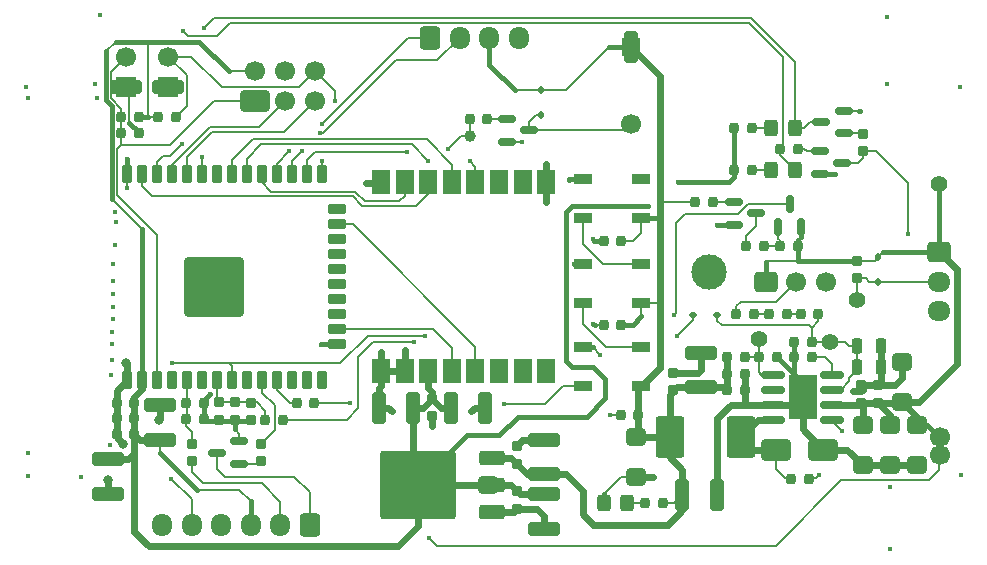
<source format=gbr>
%TF.GenerationSoftware,KiCad,Pcbnew,9.0.2*%
<<<<<<< HEAD
%TF.CreationDate,2025-06-18T20:52:38+02:00*%
=======
%TF.CreationDate,2025-06-17T18:05:02+02:00*%
>>>>>>> 2e23f7f8cb64151a60ec3d004f8241720292418e
%TF.ProjectId,Robobuoy-Top-v2_1,526f626f-6275-46f7-992d-546f702d7632,rev?*%
%TF.SameCoordinates,Original*%
%TF.FileFunction,Copper,L1,Top*%
%TF.FilePolarity,Positive*%
%FSLAX46Y46*%
G04 Gerber Fmt 4.6, Leading zero omitted, Abs format (unit mm)*
<<<<<<< HEAD
G04 Created by KiCad (PCBNEW 9.0.2) date 2025-06-18 20:52:38*
=======
G04 Created by KiCad (PCBNEW 9.0.2) date 2025-06-17 18:05:02*
>>>>>>> 2e23f7f8cb64151a60ec3d004f8241720292418e
%MOMM*%
%LPD*%
G01*
G04 APERTURE LIST*
G04 Aperture macros list*
%AMRoundRect*
0 Rectangle with rounded corners*
0 $1 Rounding radius*
0 $2 $3 $4 $5 $6 $7 $8 $9 X,Y pos of 4 corners*
0 Add a 4 corners polygon primitive as box body*
4,1,4,$2,$3,$4,$5,$6,$7,$8,$9,$2,$3,0*
0 Add four circle primitives for the rounded corners*
1,1,$1+$1,$2,$3*
1,1,$1+$1,$4,$5*
1,1,$1+$1,$6,$7*
1,1,$1+$1,$8,$9*
0 Add four rect primitives between the rounded corners*
20,1,$1+$1,$2,$3,$4,$5,0*
20,1,$1+$1,$4,$5,$6,$7,0*
20,1,$1+$1,$6,$7,$8,$9,0*
20,1,$1+$1,$8,$9,$2,$3,0*%
G04 Aperture macros list end*
%TA.AperFunction,SMDPad,CuDef*%
<<<<<<< HEAD
%ADD10RoundRect,0.317500X0.698500X0.317500X-0.698500X0.317500X-0.698500X-0.317500X0.698500X-0.317500X0*%
%TD*%
%TA.AperFunction,SMDPad,CuDef*%
%ADD11RoundRect,0.300000X0.700000X0.300000X-0.700000X0.300000X-0.700000X-0.300000X0.700000X-0.300000X0*%
%TD*%
%TA.AperFunction,SMDPad,CuDef*%
%ADD12RoundRect,0.500000X0.500000X1.100000X-0.500000X1.100000X-0.500000X-1.100000X0.500000X-1.100000X0*%
%TD*%
%TA.AperFunction,SMDPad,CuDef*%
%ADD13RoundRect,0.250000X-0.650000X0.325000X-0.650000X-0.325000X0.650000X-0.325000X0.650000X0.325000X0*%
%TD*%
%TA.AperFunction,SMDPad,CuDef*%
%ADD14RoundRect,0.090000X0.660000X0.360000X-0.660000X0.360000X-0.660000X-0.360000X0.660000X-0.360000X0*%
%TD*%
%TA.AperFunction,SMDPad,CuDef*%
%ADD15RoundRect,0.200000X-0.200000X-0.250000X0.200000X-0.250000X0.200000X0.250000X-0.200000X0.250000X0*%
%TD*%
%TA.AperFunction,SMDPad,CuDef*%
%ADD16RoundRect,0.200000X0.250000X-0.200000X0.250000X0.200000X-0.250000X0.200000X-0.250000X-0.200000X0*%
%TD*%
%TA.AperFunction,SMDPad,CuDef*%
%ADD17RoundRect,0.200000X0.200000X0.250000X-0.200000X0.250000X-0.200000X-0.250000X0.200000X-0.250000X0*%
%TD*%
%TA.AperFunction,ComponentPad*%
%ADD18RoundRect,0.250000X-0.600000X-0.725000X0.600000X-0.725000X0.600000X0.725000X-0.600000X0.725000X0*%
%TD*%
%TA.AperFunction,ComponentPad*%
%ADD19O,1.700000X1.950000*%
%TD*%
%TA.AperFunction,SMDPad,CuDef*%
%ADD20RoundRect,0.200000X-0.250000X0.200000X-0.250000X-0.200000X0.250000X-0.200000X0.250000X0.200000X0*%
%TD*%
%TA.AperFunction,SMDPad,CuDef*%
%ADD21C,1.400000*%
%TD*%
%TA.AperFunction,ComponentPad*%
%ADD22R,1.700000X1.700000*%
%TD*%
%TA.AperFunction,ComponentPad*%
%ADD23C,1.700000*%
%TD*%
%TA.AperFunction,SMDPad,CuDef*%
%ADD24RoundRect,0.225000X-0.225000X-0.425000X0.225000X-0.425000X0.225000X0.425000X-0.225000X0.425000X0*%
%TD*%
%TA.AperFunction,SMDPad,CuDef*%
%ADD25RoundRect,0.250000X1.100000X-0.325000X1.100000X0.325000X-1.100000X0.325000X-1.100000X-0.325000X0*%
%TD*%
%TA.AperFunction,SMDPad,CuDef*%
%ADD26RoundRect,0.250000X-0.325000X-1.100000X0.325000X-1.100000X0.325000X1.100000X-0.325000X1.100000X0*%
%TD*%
%TA.AperFunction,ComponentPad*%
%ADD27RoundRect,0.250000X0.600000X-0.600000X0.600000X0.600000X-0.600000X0.600000X-0.600000X-0.600000X0*%
%TD*%
%TA.AperFunction,SMDPad,CuDef*%
%ADD28RoundRect,0.150000X-0.587500X-0.150000X0.587500X-0.150000X0.587500X0.150000X-0.587500X0.150000X0*%
%TD*%
%TA.AperFunction,SMDPad,CuDef*%
%ADD29RoundRect,0.112500X0.187500X0.112500X-0.187500X0.112500X-0.187500X-0.112500X0.187500X-0.112500X0*%
%TD*%
%TA.AperFunction,SMDPad,CuDef*%
%ADD30RoundRect,0.250000X-1.000000X-0.650000X1.000000X-0.650000X1.000000X0.650000X-1.000000X0.650000X0*%
%TD*%
%TA.AperFunction,SMDPad,CuDef*%
%ADD31RoundRect,0.300000X0.300000X0.400000X-0.300000X0.400000X-0.300000X-0.400000X0.300000X-0.400000X0*%
%TD*%
%TA.AperFunction,SMDPad,CuDef*%
%ADD32RoundRect,0.250000X-1.100000X0.325000X-1.100000X-0.325000X1.100000X-0.325000X1.100000X0.325000X0*%
%TD*%
%TA.AperFunction,SMDPad,CuDef*%
%ADD33R,1.500000X2.000000*%
%TD*%
%TA.AperFunction,SMDPad,CuDef*%
%ADD34RoundRect,0.225000X0.225000X-0.525000X0.225000X0.525000X-0.225000X0.525000X-0.225000X-0.525000X0*%
%TD*%
%TA.AperFunction,SMDPad,CuDef*%
%ADD35RoundRect,0.225000X0.525000X0.225000X-0.525000X0.225000X-0.525000X-0.225000X0.525000X-0.225000X0*%
%TD*%
%TA.AperFunction,SMDPad,CuDef*%
%ADD36RoundRect,0.250000X2.250000X-2.250000X2.250000X2.250000X-2.250000X2.250000X-2.250000X-2.250000X0*%
%TD*%
%TA.AperFunction,SMDPad,CuDef*%
%ADD37RoundRect,0.150000X0.825000X0.150000X-0.825000X0.150000X-0.825000X-0.150000X0.825000X-0.150000X0*%
%TD*%
%TA.AperFunction,HeatsinkPad*%
%ADD38C,0.500000*%
%TD*%
%TA.AperFunction,HeatsinkPad*%
%ADD39R,2.410000X3.810000*%
%TD*%
%TA.AperFunction,SMDPad,CuDef*%
%ADD40RoundRect,0.150000X0.587500X0.150000X-0.587500X0.150000X-0.587500X-0.150000X0.587500X-0.150000X0*%
%TD*%
%TA.AperFunction,ComponentPad*%
%ADD41RoundRect,0.250000X0.600000X0.725000X-0.600000X0.725000X-0.600000X-0.725000X0.600000X-0.725000X0*%
%TD*%
%TA.AperFunction,SMDPad,CuDef*%
%ADD42RoundRect,0.250000X0.650000X-0.325000X0.650000X0.325000X-0.650000X0.325000X-0.650000X-0.325000X0*%
%TD*%
%TA.AperFunction,SMDPad,CuDef*%
%ADD43RoundRect,0.112500X-0.112500X0.187500X-0.112500X-0.187500X0.112500X-0.187500X0.112500X0.187500X0*%
%TD*%
%TA.AperFunction,ComponentPad*%
%ADD44RoundRect,0.206250X-0.618750X-0.618750X0.618750X-0.618750X0.618750X0.618750X-0.618750X0.618750X0*%
%TD*%
%TA.AperFunction,ComponentPad*%
%ADD45RoundRect,0.250000X-0.725000X0.600000X-0.725000X-0.600000X0.725000X-0.600000X0.725000X0.600000X0*%
%TD*%
%TA.AperFunction,ComponentPad*%
%ADD46O,1.950000X1.700000*%
%TD*%
%TA.AperFunction,SMDPad,CuDef*%
%ADD47RoundRect,0.300000X-0.300000X-0.400000X0.300000X-0.400000X0.300000X0.400000X-0.300000X0.400000X0*%
%TD*%
%TA.AperFunction,SMDPad,CuDef*%
%ADD48RoundRect,0.230769X0.969231X1.519231X-0.969231X1.519231X-0.969231X-1.519231X0.969231X-1.519231X0*%
%TD*%
%TA.AperFunction,ComponentPad*%
%ADD49R,1.650000X1.650000*%
%TD*%
%TA.AperFunction,SMDPad,CuDef*%
%ADD50RoundRect,0.250000X0.325000X1.100000X-0.325000X1.100000X-0.325000X-1.100000X0.325000X-1.100000X0*%
%TD*%
%TA.AperFunction,ComponentPad*%
%ADD51C,3.000000*%
%TD*%
%TA.AperFunction,SMDPad,CuDef*%
%ADD52RoundRect,0.375000X-0.475000X0.375000X-0.475000X-0.375000X0.475000X-0.375000X0.475000X0.375000X0*%
%TD*%
%TA.AperFunction,SMDPad,CuDef*%
%ADD53RoundRect,0.150000X0.150000X-0.587500X0.150000X0.587500X-0.150000X0.587500X-0.150000X-0.587500X0*%
%TD*%
%TA.AperFunction,SMDPad,CuDef*%
%ADD54C,1.000000*%
%TD*%
%TA.AperFunction,ViaPad*%
%ADD55C,0.450000*%
%TD*%
%TA.AperFunction,ViaPad*%
%ADD56C,0.800000*%
%TD*%
%TA.AperFunction,Conductor*%
%ADD57C,0.200000*%
%TD*%
%TA.AperFunction,Conductor*%
%ADD58C,0.600000*%
%TD*%
%TA.AperFunction,Conductor*%
%ADD59C,0.400000*%
%TD*%
G04 APERTURE END LIST*
D10*
%TO.P,U201,2,VO*%
%TO.N,+3.3V*%
X2489200Y-17258000D03*
D11*
%TO.P,U201,3,VI*%
%TO.N,+5V*%
X2489200Y-14958000D03*
%TO.P,U201,1,GND*%
%TO.N,GND*%
X2489200Y-19558000D03*
D12*
%TO.P,U201,2,VO*%
%TO.N,+3.3V*%
X-3558800Y-17258000D03*
%TD*%
D13*
%TO.P,C203,1*%
%TO.N,Vbatt*%
X38836600Y-12368000D03*
%TO.P,C203,2*%
%TO.N,GND*%
X38836600Y-15318000D03*
%TD*%
D14*
=======
%ADD10RoundRect,0.375000X-0.475000X0.375000X-0.475000X-0.375000X0.475000X-0.375000X0.475000X0.375000X0*%
%TD*%
%TA.AperFunction,SMDPad,CuDef*%
%ADD11RoundRect,0.090000X0.660000X0.360000X-0.660000X0.360000X-0.660000X-0.360000X0.660000X-0.360000X0*%
%TD*%
%TA.AperFunction,SMDPad,CuDef*%
%ADD12RoundRect,0.200000X-0.200000X-0.250000X0.200000X-0.250000X0.200000X0.250000X-0.200000X0.250000X0*%
%TD*%
%TA.AperFunction,SMDPad,CuDef*%
%ADD13RoundRect,0.200000X0.250000X-0.200000X0.250000X0.200000X-0.250000X0.200000X-0.250000X-0.200000X0*%
%TD*%
%TA.AperFunction,SMDPad,CuDef*%
%ADD14RoundRect,0.200000X0.200000X0.250000X-0.200000X0.250000X-0.200000X-0.250000X0.200000X-0.250000X0*%
%TD*%
%TA.AperFunction,ComponentPad*%
%ADD15RoundRect,0.250000X-0.600000X-0.725000X0.600000X-0.725000X0.600000X0.725000X-0.600000X0.725000X0*%
%TD*%
%TA.AperFunction,ComponentPad*%
%ADD16O,1.700000X1.950000*%
%TD*%
%TA.AperFunction,SMDPad,CuDef*%
%ADD17RoundRect,0.200000X-0.250000X0.200000X-0.250000X-0.200000X0.250000X-0.200000X0.250000X0.200000X0*%
%TD*%
%TA.AperFunction,SMDPad,CuDef*%
%ADD18C,1.400000*%
%TD*%
%TA.AperFunction,ComponentPad*%
%ADD19R,1.700000X1.700000*%
%TD*%
%TA.AperFunction,ComponentPad*%
%ADD20C,1.700000*%
%TD*%
%TA.AperFunction,SMDPad,CuDef*%
%ADD21RoundRect,0.225000X-0.225000X-0.425000X0.225000X-0.425000X0.225000X0.425000X-0.225000X0.425000X0*%
%TD*%
%TA.AperFunction,SMDPad,CuDef*%
%ADD22RoundRect,0.250000X1.100000X-0.325000X1.100000X0.325000X-1.100000X0.325000X-1.100000X-0.325000X0*%
%TD*%
%TA.AperFunction,SMDPad,CuDef*%
%ADD23RoundRect,0.250000X-0.325000X-1.100000X0.325000X-1.100000X0.325000X1.100000X-0.325000X1.100000X0*%
%TD*%
%TA.AperFunction,ComponentPad*%
%ADD24RoundRect,0.250000X0.600000X-0.600000X0.600000X0.600000X-0.600000X0.600000X-0.600000X-0.600000X0*%
%TD*%
%TA.AperFunction,SMDPad,CuDef*%
%ADD25RoundRect,0.150000X-0.587500X-0.150000X0.587500X-0.150000X0.587500X0.150000X-0.587500X0.150000X0*%
%TD*%
%TA.AperFunction,SMDPad,CuDef*%
%ADD26RoundRect,0.112500X0.187500X0.112500X-0.187500X0.112500X-0.187500X-0.112500X0.187500X-0.112500X0*%
%TD*%
%TA.AperFunction,SMDPad,CuDef*%
%ADD27RoundRect,0.250000X-1.000000X-0.650000X1.000000X-0.650000X1.000000X0.650000X-1.000000X0.650000X0*%
%TD*%
%TA.AperFunction,SMDPad,CuDef*%
%ADD28RoundRect,0.300000X0.300000X0.400000X-0.300000X0.400000X-0.300000X-0.400000X0.300000X-0.400000X0*%
%TD*%
%TA.AperFunction,SMDPad,CuDef*%
%ADD29RoundRect,0.250000X-1.100000X0.325000X-1.100000X-0.325000X1.100000X-0.325000X1.100000X0.325000X0*%
%TD*%
%TA.AperFunction,SMDPad,CuDef*%
%ADD30R,1.500000X2.000000*%
%TD*%
%TA.AperFunction,SMDPad,CuDef*%
%ADD31RoundRect,0.225000X0.225000X-0.525000X0.225000X0.525000X-0.225000X0.525000X-0.225000X-0.525000X0*%
%TD*%
%TA.AperFunction,SMDPad,CuDef*%
%ADD32RoundRect,0.225000X0.525000X0.225000X-0.525000X0.225000X-0.525000X-0.225000X0.525000X-0.225000X0*%
%TD*%
%TA.AperFunction,SMDPad,CuDef*%
%ADD33RoundRect,0.250000X2.250000X-2.250000X2.250000X2.250000X-2.250000X2.250000X-2.250000X-2.250000X0*%
%TD*%
%TA.AperFunction,SMDPad,CuDef*%
%ADD34RoundRect,0.150000X0.825000X0.150000X-0.825000X0.150000X-0.825000X-0.150000X0.825000X-0.150000X0*%
%TD*%
%TA.AperFunction,HeatsinkPad*%
%ADD35C,0.500000*%
%TD*%
%TA.AperFunction,HeatsinkPad*%
%ADD36R,2.410000X3.810000*%
%TD*%
%TA.AperFunction,SMDPad,CuDef*%
%ADD37RoundRect,0.250000X0.850000X0.350000X-0.850000X0.350000X-0.850000X-0.350000X0.850000X-0.350000X0*%
%TD*%
%TA.AperFunction,SMDPad,CuDef*%
%ADD38RoundRect,0.249997X2.950003X2.650003X-2.950003X2.650003X-2.950003X-2.650003X2.950003X-2.650003X0*%
%TD*%
%TA.AperFunction,SMDPad,CuDef*%
%ADD39RoundRect,0.150000X0.587500X0.150000X-0.587500X0.150000X-0.587500X-0.150000X0.587500X-0.150000X0*%
%TD*%
%TA.AperFunction,ComponentPad*%
%ADD40RoundRect,0.250000X0.600000X0.725000X-0.600000X0.725000X-0.600000X-0.725000X0.600000X-0.725000X0*%
%TD*%
%TA.AperFunction,SMDPad,CuDef*%
%ADD41RoundRect,0.375000X0.475000X-0.375000X0.475000X0.375000X-0.475000X0.375000X-0.475000X-0.375000X0*%
%TD*%
%TA.AperFunction,SMDPad,CuDef*%
%ADD42RoundRect,0.112500X-0.112500X0.187500X-0.112500X-0.187500X0.112500X-0.187500X0.112500X0.187500X0*%
%TD*%
%TA.AperFunction,ComponentPad*%
%ADD43RoundRect,0.206250X-0.618750X-0.618750X0.618750X-0.618750X0.618750X0.618750X-0.618750X0.618750X0*%
%TD*%
%TA.AperFunction,ComponentPad*%
%ADD44RoundRect,0.250000X-0.725000X0.600000X-0.725000X-0.600000X0.725000X-0.600000X0.725000X0.600000X0*%
%TD*%
%TA.AperFunction,ComponentPad*%
%ADD45O,1.950000X1.700000*%
%TD*%
%TA.AperFunction,SMDPad,CuDef*%
%ADD46RoundRect,0.300000X-0.300000X-0.400000X0.300000X-0.400000X0.300000X0.400000X-0.300000X0.400000X0*%
%TD*%
%TA.AperFunction,SMDPad,CuDef*%
%ADD47RoundRect,0.230769X0.969231X1.519231X-0.969231X1.519231X-0.969231X-1.519231X0.969231X-1.519231X0*%
%TD*%
%TA.AperFunction,ComponentPad*%
%ADD48R,1.650000X1.650000*%
%TD*%
%TA.AperFunction,SMDPad,CuDef*%
%ADD49RoundRect,0.250000X0.325000X1.100000X-0.325000X1.100000X-0.325000X-1.100000X0.325000X-1.100000X0*%
%TD*%
%TA.AperFunction,ComponentPad*%
%ADD50C,3.000000*%
%TD*%
%TA.AperFunction,SMDPad,CuDef*%
%ADD51RoundRect,0.150000X0.150000X-0.587500X0.150000X0.587500X-0.150000X0.587500X-0.150000X-0.587500X0*%
%TD*%
%TA.AperFunction,SMDPad,CuDef*%
%ADD52C,1.000000*%
%TD*%
%TA.AperFunction,ViaPad*%
%ADD53C,0.450000*%
%TD*%
%TA.AperFunction,ViaPad*%
%ADD54C,0.800000*%
%TD*%
%TA.AperFunction,Conductor*%
%ADD55C,0.200000*%
%TD*%
%TA.AperFunction,Conductor*%
%ADD56C,0.600000*%
%TD*%
%TA.AperFunction,Conductor*%
%ADD57C,0.400000*%
%TD*%
G04 APERTURE END LIST*
D10*
%TO.P,C203,1*%
%TO.N,Vbatt*%
X38747000Y-12143000D03*
%TO.P,C203,2*%
%TO.N,GND*%
X38747000Y-15543000D03*
%TD*%
D11*
>>>>>>> 2e23f7f8cb64151a60ec3d004f8241720292418e
%TO.P,D102,1,VDD*%
%TO.N,+5V*%
X15429400Y-8873000D03*
%TO.P,D102,2,DOUT*%
%TO.N,Net-(D102-DOUT)*%
X15429400Y-5573000D03*
%TO.P,D102,3,VSS*%
%TO.N,GND*%
X10529400Y-5573000D03*
%TO.P,D102,4,DIN*%
%TO.N,Net-(D102-DIN)*%
X10529400Y-8873000D03*
%TD*%
<<<<<<< HEAD
D15*
=======
D12*
>>>>>>> 2e23f7f8cb64151a60ec3d004f8241720292418e
%TO.P,R103,1*%
%TO.N,BUTTON*%
X-23102000Y-11633200D03*
%TO.P,R103,2*%
%TO.N,GND*%
X-21602000Y-11633200D03*
%TD*%
%TO.P,C215,1*%
%TO.N,+5V*%
X22706200Y-9169400D03*
%TO.P,C215,2*%
%TO.N,GND*%
X24206200Y-9169400D03*
%TD*%
<<<<<<< HEAD
D16*
=======
D13*
>>>>>>> 2e23f7f8cb64151a60ec3d004f8241720292418e
%TO.P,C205,1*%
%TO.N,Vbatt*%
X35445000Y-10275000D03*
%TO.P,C205,2*%
%TO.N,GND*%
X35445000Y-8775000D03*
%TD*%
<<<<<<< HEAD
D17*
=======
D14*
>>>>>>> 2e23f7f8cb64151a60ec3d004f8241720292418e
%TO.P,R110,1*%
%TO.N,Net-(D105-A)*%
X24778400Y13004800D03*
%TO.P,R110,2*%
%TO.N,+3.3V*%
X23278400Y13004800D03*
%TD*%
<<<<<<< HEAD
D18*
%TO.P,J103,1,Pin_1*%
%TO.N,/CPU/TX_GPS*%
X-2463800Y20650200D03*
D19*
=======
D15*
%TO.P,J103,1,Pin_1*%
%TO.N,/CPU/TX_GPS*%
X-2463800Y20650200D03*
D16*
>>>>>>> 2e23f7f8cb64151a60ec3d004f8241720292418e
%TO.P,J103,2,Pin_2*%
%TO.N,/CPU/RX_GPS*%
X36200Y20650200D03*
%TO.P,J103,3,Pin_3*%
%TO.N,+5V*%
X2536200Y20650200D03*
%TO.P,J103,4,Pin_4*%
%TO.N,GND*%
X5036200Y20650200D03*
%TD*%
<<<<<<< HEAD
D20*
=======
D17*
>>>>>>> 2e23f7f8cb64151a60ec3d004f8241720292418e
%TO.P,R105,1*%
%TO.N,BUTTON*%
X-22606000Y-13728000D03*
%TO.P,R105,2*%
%TO.N,Net-(J102-Pin_2)*%
X-22606000Y-15228000D03*
%TD*%
<<<<<<< HEAD
D17*
=======
D14*
>>>>>>> 2e23f7f8cb64151a60ec3d004f8241720292418e
%TO.P,R217,1*%
%TO.N,Net-(Q204-D)*%
X-14896400Y-11709400D03*
%TO.P,R217,2*%
%TO.N,/CPU/VSAMP*%
X-16396400Y-11709400D03*
%TD*%
<<<<<<< HEAD
D15*
=======
D12*
>>>>>>> 2e23f7f8cb64151a60ec3d004f8241720292418e
%TO.P,C101,1*%
%TO.N,EN*%
X-28639200Y12547600D03*
%TO.P,C101,2*%
%TO.N,GND*%
X-27139200Y12547600D03*
%TD*%
<<<<<<< HEAD
D17*
=======
D14*
>>>>>>> 2e23f7f8cb64151a60ec3d004f8241720292418e
%TO.P,R102,1*%
%TO.N,+3.3V*%
X-27139200Y13919200D03*
%TO.P,R102,2*%
%TO.N,EN*%
X-28639200Y13919200D03*
%TD*%
<<<<<<< HEAD
D21*
=======
D18*
>>>>>>> 2e23f7f8cb64151a60ec3d004f8241720292418e
%TO.P,TP204,1,1*%
%TO.N,/PSU/COM*%
X33731200Y-1574800D03*
%TD*%
<<<<<<< HEAD
D14*
=======
D11*
>>>>>>> 2e23f7f8cb64151a60ec3d004f8241720292418e
%TO.P,D104,1,VDD*%
%TO.N,+5V*%
X15429400Y5351000D03*
%TO.P,D104,2,DOUT*%
%TO.N,unconnected-(D104-DOUT-Pad2)*%
X15429400Y8651000D03*
%TO.P,D104,3,VSS*%
%TO.N,GND*%
X10529400Y8651000D03*
%TO.P,D104,4,DIN*%
%TO.N,Net-(D103-DOUT)*%
X10529400Y5351000D03*
%TD*%
<<<<<<< HEAD
D15*
=======
D12*
>>>>>>> 2e23f7f8cb64151a60ec3d004f8241720292418e
%TO.P,R108,1*%
%TO.N,LEDS*%
X-13754800Y-10312400D03*
%TO.P,R108,2*%
%TO.N,Net-(D102-DIN)*%
X-12254800Y-10312400D03*
%TD*%
%TO.P,R219,1*%
%TO.N,Net-(D205-A)*%
X15772000Y-18719800D03*
%TO.P,R219,2*%
%TO.N,+5V*%
X17272000Y-18719800D03*
%TD*%
<<<<<<< HEAD
D13*
%TO.P,C201,1*%
%TO.N,Vbatt*%
X34112200Y-12368000D03*
%TO.P,C201,2*%
%TO.N,GND*%
X34112200Y-15318000D03*
%TD*%
D22*
%TO.P,SW102,1,1*%
%TO.N,GND*%
X-28194000Y16505000D03*
D23*
=======
D10*
%TO.P,C201,1*%
%TO.N,Vbatt*%
X34175000Y-12143000D03*
%TO.P,C201,2*%
%TO.N,GND*%
X34175000Y-15543000D03*
%TD*%
D19*
%TO.P,SW102,1,1*%
%TO.N,GND*%
X-28194000Y16505000D03*
D20*
>>>>>>> 2e23f7f8cb64151a60ec3d004f8241720292418e
%TO.P,SW102,2,2*%
%TO.N,EN*%
X-28194000Y19045000D03*
%TD*%
<<<<<<< HEAD
D15*
=======
D12*
>>>>>>> 2e23f7f8cb64151a60ec3d004f8241720292418e
%TO.P,C110,1*%
%TO.N,BUTTON*%
X-23102000Y-10312400D03*
%TO.P,C110,2*%
%TO.N,GND*%
X-21602000Y-10312400D03*
%TD*%
<<<<<<< HEAD
D24*
=======
D21*
>>>>>>> 2e23f7f8cb64151a60ec3d004f8241720292418e
%TO.P,C210,1*%
%TO.N,Net-(D202-K)*%
X33683000Y-5461000D03*
%TO.P,C210,2*%
%TO.N,GND*%
X35683000Y-5461000D03*
%TD*%
<<<<<<< HEAD
D25*
=======
D22*
>>>>>>> 2e23f7f8cb64151a60ec3d004f8241720292418e
%TO.P,C207,1*%
%TO.N,+5V*%
X7162800Y-16334000D03*
%TO.P,C207,2*%
%TO.N,GND*%
X7162800Y-13384000D03*
%TD*%
<<<<<<< HEAD
D26*
=======
D23*
>>>>>>> 2e23f7f8cb64151a60ec3d004f8241720292418e
%TO.P,C217,1*%
%TO.N,+5V*%
X18895800Y-18034000D03*
%TO.P,C217,2*%
%TO.N,GND*%
X21845800Y-18034000D03*
%TD*%
<<<<<<< HEAD
D17*
=======
D14*
>>>>>>> 2e23f7f8cb64151a60ec3d004f8241720292418e
%TO.P,R205,1*%
%TO.N,Net-(D108-A)*%
X24794400Y9448800D03*
%TO.P,R205,2*%
%TO.N,+3.3V*%
X23294400Y9448800D03*
%TD*%
%TO.P,C105,1*%
%TO.N,+3.3V*%
X-27494800Y-11582400D03*
%TO.P,C105,2*%
%TO.N,GND*%
X-28994800Y-11582400D03*
%TD*%
<<<<<<< HEAD
D16*
=======
D13*
>>>>>>> 2e23f7f8cb64151a60ec3d004f8241720292418e
%TO.P,C206,1*%
%TO.N,Vbatt*%
X34061400Y-10275000D03*
%TO.P,C206,2*%
%TO.N,GND*%
X34061400Y-8775000D03*
%TD*%
<<<<<<< HEAD
D15*
=======
D12*
>>>>>>> 2e23f7f8cb64151a60ec3d004f8241720292418e
%TO.P,R215,1*%
%TO.N,Net-(U202-FB)*%
X25398600Y-6426200D03*
%TO.P,R215,2*%
%TO.N,GND*%
X26898600Y-6426200D03*
%TD*%
<<<<<<< HEAD
D20*
=======
D17*
>>>>>>> 2e23f7f8cb64151a60ec3d004f8241720292418e
%TO.P,R104,1*%
%TO.N,BUTTON_LIGHT*%
X-16764000Y-13728000D03*
%TO.P,R104,2*%
%TO.N,Net-(Q101-G)*%
X-16764000Y-15228000D03*
%TD*%
<<<<<<< HEAD
D21*
=======
D18*
>>>>>>> 2e23f7f8cb64151a60ec3d004f8241720292418e
%TO.P,TP202,1,1*%
%TO.N,Vbatt*%
X40640000Y8280400D03*
%TD*%
<<<<<<< HEAD
D15*
=======
D12*
>>>>>>> 2e23f7f8cb64151a60ec3d004f8241720292418e
%TO.P,R214,1*%
%TO.N,+5V*%
X22706200Y-6426200D03*
%TO.P,R214,2*%
%TO.N,Net-(U202-FB)*%
X24206200Y-6426200D03*
%TD*%
<<<<<<< HEAD
D20*
=======
D17*
>>>>>>> 2e23f7f8cb64151a60ec3d004f8241720292418e
%TO.P,C220,1*%
%TO.N,/CPU/VSAMP*%
X-20320000Y-10222800D03*
%TO.P,C220,2*%
%TO.N,GND*%
X-20320000Y-11722800D03*
%TD*%
<<<<<<< HEAD
D17*
=======
D14*
>>>>>>> 2e23f7f8cb64151a60ec3d004f8241720292418e
%TO.P,R206,1*%
%TO.N,Net-(U202-RT{slash}SYNC)*%
X29845000Y-6426200D03*
%TO.P,R206,2*%
%TO.N,GND*%
X28345000Y-6426200D03*
%TD*%
%TO.P,R107,1*%
%TO.N,Net-(Q102-G)*%
X2401000Y13741400D03*
%TO.P,R107,2*%
%TO.N,BUZZER*%
X901000Y13741400D03*
%TD*%
<<<<<<< HEAD
D27*
%TO.P,J101,1,Pin_1*%
%TO.N,EN*%
X-17277000Y15249500D03*
D23*
=======
D24*
%TO.P,J101,1,Pin_1*%
%TO.N,EN*%
X-17277000Y15249500D03*
D20*
>>>>>>> 2e23f7f8cb64151a60ec3d004f8241720292418e
%TO.P,J101,2,Pin_2*%
%TO.N,+3.3V*%
X-17277000Y17789500D03*
%TO.P,J101,3,Pin_3*%
%TO.N,TX*%
X-14737000Y15249500D03*
%TO.P,J101,4,Pin_4*%
%TO.N,GND*%
X-14737000Y17789500D03*
%TO.P,J101,5,Pin_5*%
%TO.N,RX*%
X-12197000Y15249500D03*
%TO.P,J101,6,Pin_6*%
%TO.N,DR0*%
X-12197000Y17789500D03*
%TD*%
<<<<<<< HEAD
D20*
%TO.P,R106,1*%
%TO.N,Vbatt*%
X40741600Y-13194600D03*
%TO.P,R106,2*%
%TO.N,Net-(J102-Pin_6)*%
X40741600Y-14694600D03*
%TD*%
D28*
=======
D17*
%TO.P,R106,1*%
%TO.N,Vbatt*%
X40665400Y-13194600D03*
%TO.P,R106,2*%
%TO.N,Net-(J102-Pin_6)*%
X40665400Y-14694600D03*
%TD*%
D25*
>>>>>>> 2e23f7f8cb64151a60ec3d004f8241720292418e
%TO.P,Q203,1,G*%
%TO.N,Net-(Q203-G)*%
X23243300Y6729900D03*
%TO.P,Q203,2,S*%
%TO.N,GND*%
X23243300Y4829900D03*
%TO.P,Q203,3,D*%
%TO.N,Net-(Q203-D)*%
X25118300Y5779900D03*
%TD*%
<<<<<<< HEAD
D17*
=======
D14*
>>>>>>> 2e23f7f8cb64151a60ec3d004f8241720292418e
%TO.P,C107,1*%
%TO.N,+5V*%
X13729400Y-3667000D03*
%TO.P,C107,2*%
%TO.N,GND*%
X12229400Y-3667000D03*
%TD*%
<<<<<<< HEAD
D29*
=======
D26*
>>>>>>> 2e23f7f8cb64151a60ec3d004f8241720292418e
%TO.P,D202,1,K*%
%TO.N,Net-(D202-K)*%
X21878000Y-2794000D03*
%TO.P,D202,2,A*%
%TO.N,/CPU/ON*%
X19778000Y-2794000D03*
%TD*%
<<<<<<< HEAD
D16*
=======
D13*
>>>>>>> 2e23f7f8cb64151a60ec3d004f8241720292418e
%TO.P,C208,1*%
%TO.N,+5V*%
X4876800Y-15431200D03*
%TO.P,C208,2*%
%TO.N,GND*%
X4876800Y-13931200D03*
%TD*%
<<<<<<< HEAD
D17*
=======
D14*
>>>>>>> 2e23f7f8cb64151a60ec3d004f8241720292418e
%TO.P,R203,1*%
%TO.N,Net-(D202-K)*%
X30417200Y-2717800D03*
%TO.P,R203,2*%
%TO.N,Net-(R202-Pad2)*%
X28917200Y-2717800D03*
%TD*%
<<<<<<< HEAD
D28*
=======
D25*
>>>>>>> 2e23f7f8cb64151a60ec3d004f8241720292418e
%TO.P,Q117,1,B*%
%TO.N,Net-(Q117-B)*%
X30523700Y11022500D03*
%TO.P,Q117,2,E*%
%TO.N,GND*%
X30523700Y9122500D03*
%TO.P,Q117,3,C*%
%TO.N,/PSU/COM*%
X32398700Y10072500D03*
%TD*%
<<<<<<< HEAD
D13*
%TO.P,C202,1*%
%TO.N,Vbatt*%
X36461000Y-12368000D03*
%TO.P,C202,2*%
%TO.N,GND*%
X36461000Y-15318000D03*
%TD*%
D22*
%TO.P,SW101,1,1*%
%TO.N,GND*%
X-24638000Y16510000D03*
D23*
=======
D10*
%TO.P,C202,1*%
%TO.N,Vbatt*%
X36461000Y-12143000D03*
%TO.P,C202,2*%
%TO.N,GND*%
X36461000Y-15543000D03*
%TD*%
D19*
%TO.P,SW101,1,1*%
%TO.N,GND*%
X-24638000Y16510000D03*
D20*
>>>>>>> 2e23f7f8cb64151a60ec3d004f8241720292418e
%TO.P,SW101,2,2*%
%TO.N,DR0*%
X-24638000Y19050000D03*
%TD*%
<<<<<<< HEAD
D16*
=======
D13*
>>>>>>> 2e23f7f8cb64151a60ec3d004f8241720292418e
%TO.P,C219,1*%
%TO.N,+5V*%
X18135600Y-9208200D03*
%TO.P,C219,2*%
%TO.N,GND*%
X18135600Y-7708200D03*
%TD*%
<<<<<<< HEAD
D30*
=======
D27*
>>>>>>> 2e23f7f8cb64151a60ec3d004f8241720292418e
%TO.P,D204,1,K*%
%TO.N,Net-(D204-K)*%
X26841000Y-14249400D03*
%TO.P,D204,2,A*%
%TO.N,GND*%
X30841000Y-14249400D03*
%TD*%
<<<<<<< HEAD
D15*
=======
D12*
>>>>>>> 2e23f7f8cb64151a60ec3d004f8241720292418e
%TO.P,R201,1*%
%TO.N,Net-(R201-Pad1)*%
X23481600Y-2717800D03*
%TO.P,R201,2*%
%TO.N,Net-(R201-Pad2)*%
X24981600Y-2717800D03*
%TD*%
<<<<<<< HEAD
D31*
=======
D28*
>>>>>>> 2e23f7f8cb64151a60ec3d004f8241720292418e
%TO.P,D105,1,K*%
%TO.N,/CPU/RX_SUB*%
X28448000Y13004800D03*
%TO.P,D105,2,A*%
%TO.N,Net-(D105-A)*%
X26448000Y13004800D03*
%TD*%
<<<<<<< HEAD
D32*
=======
D29*
>>>>>>> 2e23f7f8cb64151a60ec3d004f8241720292418e
%TO.P,C212,1*%
%TO.N,+3.3V*%
X7162800Y-18006800D03*
%TO.P,C212,2*%
%TO.N,GND*%
X7162800Y-20956800D03*
%TD*%
<<<<<<< HEAD
D15*
=======
D12*
>>>>>>> 2e23f7f8cb64151a60ec3d004f8241720292418e
%TO.P,C213,1*%
%TO.N,Net-(D204-K)*%
X28091000Y-16713200D03*
%TO.P,C213,2*%
%TO.N,Net-(U202-BOOT)*%
X29591000Y-16713200D03*
%TD*%
<<<<<<< HEAD
D24*
=======
D21*
>>>>>>> 2e23f7f8cb64151a60ec3d004f8241720292418e
%TO.P,C211,1*%
%TO.N,Net-(D202-K)*%
X33683000Y-7239000D03*
%TO.P,C211,2*%
%TO.N,GND*%
X35683000Y-7239000D03*
%TD*%
<<<<<<< HEAD
D17*
=======
D14*
>>>>>>> 2e23f7f8cb64151a60ec3d004f8241720292418e
%TO.P,C106,1*%
%TO.N,+3.3V*%
X-27494800Y-12903200D03*
%TO.P,C106,2*%
%TO.N,GND*%
X-28994800Y-12903200D03*
%TD*%
<<<<<<< HEAD
D33*
=======
D30*
>>>>>>> 2e23f7f8cb64151a60ec3d004f8241720292418e
%TO.P,U301,1,GND*%
%TO.N,GND*%
X-6610000Y-7610000D03*
%TO.P,U301,2,GND*%
X-4610000Y-7610000D03*
%TO.P,U301,3,VDD*%
%TO.N,+3.3V*%
X-2610000Y-7610000D03*
%TO.P,U301,4,~{RESET}*%
%TO.N,/CPU/RADIO_5*%
X-610000Y-7610000D03*
%TO.P,U301,5,DIO0*%
%TO.N,/CPU/RADIO_6*%
X1390000Y-7610000D03*
%TO.P,U301,6,DIO1*%
%TO.N,unconnected-(U301-DIO1-Pad6)*%
X3390000Y-7610000D03*
%TO.P,U301,7,DIO2*%
%TO.N,unconnected-(U301-DIO2-Pad7)*%
X5390000Y-7610000D03*
%TO.P,U301,8,DIO3*%
%TO.N,unconnected-(U301-DIO3-Pad8)*%
X7390000Y-7610000D03*
%TO.P,U301,9,GND*%
%TO.N,GND*%
X7390000Y8390000D03*
%TO.P,U301,10,DIO4*%
%TO.N,unconnected-(U301-DIO4-Pad10)*%
X5390000Y8390000D03*
%TO.P,U301,11,DIO5*%
%TO.N,unconnected-(U301-DIO5-Pad11)*%
X3390000Y8390000D03*
%TO.P,U301,12,SCK*%
%TO.N,/CPU/RADIO_3*%
X1390000Y8390000D03*
%TO.P,U301,13,MISO*%
%TO.N,/CPU/RADIO_2*%
X-610000Y8390000D03*
%TO.P,U301,14,MOSI*%
%TO.N,/CPU/RADIO_1*%
X-2610000Y8390000D03*
%TO.P,U301,15,~{NSS}*%
%TO.N,/CPU/RADIO_4*%
X-4610000Y8390000D03*
%TO.P,U301,16,GND*%
%TO.N,GND*%
X-6610000Y8390000D03*
%TD*%
<<<<<<< HEAD
D14*
=======
D11*
>>>>>>> 2e23f7f8cb64151a60ec3d004f8241720292418e
%TO.P,D103,1,VDD*%
%TO.N,+5V*%
X15429400Y-1777000D03*
%TO.P,D103,2,DOUT*%
%TO.N,Net-(D103-DOUT)*%
X15429400Y1523000D03*
%TO.P,D103,3,VSS*%
%TO.N,GND*%
X10529400Y1523000D03*
%TO.P,D103,4,DIN*%
%TO.N,Net-(D102-DOUT)*%
X10529400Y-1777000D03*
%TD*%
<<<<<<< HEAD
D15*
=======
D12*
>>>>>>> 2e23f7f8cb64151a60ec3d004f8241720292418e
%TO.P,R212,1*%
%TO.N,Net-(Q204-G)*%
X27164600Y2971800D03*
%TO.P,R212,2*%
%TO.N,Vbatt*%
X28664600Y2971800D03*
%TD*%
<<<<<<< HEAD
D26*
=======
D23*
>>>>>>> 2e23f7f8cb64151a60ec3d004f8241720292418e
%TO.P,C301,1*%
%TO.N,+3.3V*%
X-713000Y-10668000D03*
%TO.P,C301,2*%
%TO.N,GND*%
X2237000Y-10668000D03*
%TD*%
<<<<<<< HEAD
D20*
=======
D17*
>>>>>>> 2e23f7f8cb64151a60ec3d004f8241720292418e
%TO.P,R216,1*%
%TO.N,/CPU/VSAMP*%
X-17653000Y-10248200D03*
%TO.P,R216,2*%
%TO.N,GND*%
X-17653000Y-11748200D03*
%TD*%
%TO.P,C209,1*%
%TO.N,+3.3V*%
X4902200Y-17741200D03*
%TO.P,C209,2*%
%TO.N,GND*%
X4902200Y-19241200D03*
%TD*%
<<<<<<< HEAD
D34*
=======
D31*
>>>>>>> 2e23f7f8cb64151a60ec3d004f8241720292418e
%TO.P,U101,1,GND*%
%TO.N,GND*%
X-28117000Y-8360000D03*
%TO.P,U101,2,VDD*%
%TO.N,+3.3V*%
X-26847000Y-8360000D03*
%TO.P,U101,3,CHIP_PU/EN*%
%TO.N,EN*%
X-25577000Y-8360000D03*
%TO.P,U101,4,GPIO36*%
%TO.N,unconnected-(U101-GPIO36-Pad4)*%
X-24307000Y-8360000D03*
%TO.P,U101,5,GPIO39*%
%TO.N,BUTTON*%
X-23037000Y-8360000D03*
%TO.P,U101,6,GPIO34*%
%TO.N,unconnected-(U101-GPIO34-Pad6)*%
X-21767000Y-8360000D03*
%TO.P,U101,7,GPIO35*%
%TO.N,/CPU/VSAMP*%
X-20497000Y-8360000D03*
%TO.P,U101,8,GPIO32*%
%TO.N,/CPU/ON*%
X-19227000Y-8360000D03*
%TO.P,U101,9,GPIO33*%
%TO.N,unconnected-(U101-GPIO33-Pad9)*%
X-17957000Y-8360000D03*
%TO.P,U101,10,GPIO25*%
%TO.N,BUTTON_LIGHT*%
X-16687000Y-8360000D03*
%TO.P,U101,11,GPIO26*%
%TO.N,LEDS*%
X-15417000Y-8360000D03*
%TO.P,U101,12,GPIO27*%
%TO.N,unconnected-(U101-GPIO27-Pad12)*%
X-14147000Y-8360000D03*
%TO.P,U101,13,MTMS/SCK/CLK/GPIO14*%
%TO.N,unconnected-(U101-MTMS{slash}SCK{slash}CLK{slash}GPIO14-Pad13)*%
X-12877000Y-8360000D03*
%TO.P,U101,14,MTDI/MISO/D2/GPIO12*%
%TO.N,unconnected-(U101-MTDI{slash}MISO{slash}D2{slash}GPIO12-Pad14)*%
X-11607000Y-8360000D03*
<<<<<<< HEAD
D35*
=======
D32*
>>>>>>> 2e23f7f8cb64151a60ec3d004f8241720292418e
%TO.P,U101,15,GND*%
%TO.N,GND*%
X-10357000Y-5325000D03*
%TO.P,U101,16,MTCK/MOSI/D3/GPIO13*%
%TO.N,/CPU/RADIO_5*%
X-10357000Y-4055000D03*
%TO.P,U101,17,NC*%
%TO.N,unconnected-(U101-NC-Pad17)*%
X-10357000Y-2785000D03*
%TO.P,U101,18,NC*%
%TO.N,unconnected-(U101-NC-Pad18)*%
X-10357000Y-1515000D03*
%TO.P,U101,19,NC*%
%TO.N,unconnected-(U101-NC-Pad19)*%
X-10357000Y-245000D03*
%TO.P,U101,20,NC*%
%TO.N,unconnected-(U101-NC-Pad20)*%
X-10357000Y1025000D03*
%TO.P,U101,21,NC*%
%TO.N,unconnected-(U101-NC-Pad21)*%
X-10357000Y2295000D03*
%TO.P,U101,22,NC*%
%TO.N,unconnected-(U101-NC-Pad22)*%
X-10357000Y3565000D03*
%TO.P,U101,23,MTDO/CS/CMD/GPIO15*%
%TO.N,/CPU/RADIO_6*%
X-10357000Y4835000D03*
%TO.P,U101,24,D0/GPIO2*%
%TO.N,unconnected-(U101-D0{slash}GPIO2-Pad24)*%
X-10357000Y6105000D03*
<<<<<<< HEAD
D34*
=======
D31*
>>>>>>> 2e23f7f8cb64151a60ec3d004f8241720292418e
%TO.P,U101,25,BOOT/GPIO0*%
%TO.N,DR0*%
X-11607000Y9140000D03*
%TO.P,U101,26,D1/GPIO4*%
%TO.N,BUZZER*%
X-12877000Y9140000D03*
%TO.P,U101,27,RXD/GPIO16*%
%TO.N,/CPU/RX_GPS*%
X-14147000Y9140000D03*
%TO.P,U101,28,TXD/GPIO17*%
%TO.N,/CPU/TX_GPS*%
X-15417000Y9140000D03*
%TO.P,U101,29,CS/GPIO5*%
%TO.N,/CPU/RADIO_4*%
X-16687000Y9140000D03*
%TO.P,U101,30,SCK/GPIO18*%
%TO.N,/CPU/RADIO_3*%
X-17957000Y9140000D03*
%TO.P,U101,31,MISO/GPIO19*%
%TO.N,/CPU/RADIO_2*%
X-19227000Y9140000D03*
%TO.P,U101,32,NC*%
%TO.N,unconnected-(U101-NC-Pad32)*%
X-20497000Y9140000D03*
%TO.P,U101,33,SDA/GPIO21*%
%TO.N,/CPU/RX_SUB*%
X-21767000Y9140000D03*
%TO.P,U101,34,RXD/GPIO3*%
%TO.N,RX*%
X-23037000Y9140000D03*
%TO.P,U101,35,TXD/GPIO1*%
%TO.N,TX*%
X-24307000Y9140000D03*
%TO.P,U101,36,SCL/GPIO22*%
%TO.N,/CPU/TX_SUB*%
X-25577000Y9140000D03*
%TO.P,U101,37,MOSI/GPIO23*%
%TO.N,/CPU/RADIO_1*%
X-26847000Y9140000D03*
%TO.P,U101,38,GND*%
%TO.N,GND*%
X-28117000Y9140000D03*
<<<<<<< HEAD
D36*
%TO.P,U101,39,GND*%
X-20772000Y-470000D03*
%TD*%
D37*
=======
D33*
%TO.P,U101,39,GND*%
X-20772000Y-470000D03*
%TD*%
D34*
>>>>>>> 2e23f7f8cb64151a60ec3d004f8241720292418e
%TO.P,U202,1,BOOT*%
%TO.N,Net-(U202-BOOT)*%
X31570000Y-11684000D03*
%TO.P,U202,2,Vin*%
%TO.N,Vbatt*%
X31570000Y-10414000D03*
%TO.P,U202,3,EN*%
%TO.N,Net-(D202-K)*%
X31570000Y-9144000D03*
%TO.P,U202,4,RT/SYNC*%
%TO.N,Net-(U202-RT{slash}SYNC)*%
X31570000Y-7874000D03*
%TO.P,U202,5,FB*%
%TO.N,Net-(U202-FB)*%
X26620000Y-7874000D03*
%TO.P,U202,6,PGOOD*%
%TO.N,unconnected-(U202-PGOOD-Pad6)*%
X26620000Y-9144000D03*
%TO.P,U202,7,GND*%
%TO.N,GND*%
X26620000Y-10414000D03*
%TO.P,U202,8,SW*%
%TO.N,Net-(D204-K)*%
X26620000Y-11684000D03*
<<<<<<< HEAD
D38*
=======
D35*
>>>>>>> 2e23f7f8cb64151a60ec3d004f8241720292418e
%TO.P,U202,9,Thermal_Pad*%
%TO.N,GND*%
X29795000Y-11179000D03*
X29795000Y-9779000D03*
X29795000Y-8379000D03*
<<<<<<< HEAD
D39*
X29095000Y-9779000D03*
D38*
=======
D36*
X29095000Y-9779000D03*
D35*
>>>>>>> 2e23f7f8cb64151a60ec3d004f8241720292418e
X28395000Y-11179000D03*
X28395000Y-9779000D03*
X28395000Y-8379000D03*
%TD*%
<<<<<<< HEAD
D21*
=======
D18*
>>>>>>> 2e23f7f8cb64151a60ec3d004f8241720292418e
%TO.P,TP201,1,1*%
%TO.N,Net-(D202-K)*%
X31431800Y-5105400D03*
%TD*%
<<<<<<< HEAD
D40*
=======
D37*
%TO.P,U201,1,GND*%
%TO.N,GND*%
X2804800Y-19501200D03*
%TO.P,U201,2,VO*%
%TO.N,+3.3V*%
X2804800Y-17221200D03*
D38*
X-3495200Y-17221200D03*
D37*
%TO.P,U201,3,VI*%
%TO.N,+5V*%
X2804800Y-14941200D03*
%TD*%
D39*
>>>>>>> 2e23f7f8cb64151a60ec3d004f8241720292418e
%TO.P,Q201,1,B*%
%TO.N,Net-(Q201-B)*%
X32551100Y12562800D03*
%TO.P,Q201,2,E*%
%TO.N,GND*%
X32551100Y14462800D03*
%TO.P,Q201,3,C*%
%TO.N,/CPU/RX_SUB*%
X30676100Y13512800D03*
%TD*%
<<<<<<< HEAD
D20*
=======
D17*
>>>>>>> 2e23f7f8cb64151a60ec3d004f8241720292418e
%TO.P,R218,1*%
%TO.N,/CPU/VSAMP*%
X-18999200Y-10222800D03*
%TO.P,R218,2*%
%TO.N,GND*%
X-18999200Y-11722800D03*
%TD*%
<<<<<<< HEAD
D40*
=======
D39*
>>>>>>> 2e23f7f8cb64151a60ec3d004f8241720292418e
%TO.P,Q101,1,G*%
%TO.N,Net-(Q101-G)*%
X-18620500Y-15428000D03*
%TO.P,Q101,2,S*%
%TO.N,GND*%
X-18620500Y-13528000D03*
%TO.P,Q101,3,D*%
%TO.N,Net-(J102-Pin_1)*%
X-20495500Y-14478000D03*
%TD*%
<<<<<<< HEAD
D16*
=======
D13*
>>>>>>> 2e23f7f8cb64151a60ec3d004f8241720292418e
%TO.P,R109,1*%
%TO.N,/PSU/COM*%
X34204400Y11035600D03*
%TO.P,R109,2*%
%TO.N,Net-(Q201-B)*%
X34204400Y12535600D03*
%TD*%
<<<<<<< HEAD
D32*
=======
D29*
>>>>>>> 2e23f7f8cb64151a60ec3d004f8241720292418e
%TO.P,C103,1*%
%TO.N,+3.3V*%
X-29718000Y-15035000D03*
%TO.P,C103,2*%
%TO.N,GND*%
X-29718000Y-17985000D03*
%TD*%
<<<<<<< HEAD
D15*
=======
D12*
>>>>>>> 2e23f7f8cb64151a60ec3d004f8241720292418e
%TO.P,C218,1*%
%TO.N,+5V*%
X22706200Y-7848600D03*
%TO.P,C218,2*%
%TO.N,GND*%
X24206200Y-7848600D03*
%TD*%
<<<<<<< HEAD
D41*
%TO.P,J102,1,Pin_1*%
%TO.N,Net-(J102-Pin_1)*%
X-12649200Y-20599400D03*
D19*
=======
D40*
%TO.P,J102,1,Pin_1*%
%TO.N,Net-(J102-Pin_1)*%
X-12649200Y-20599400D03*
D16*
>>>>>>> 2e23f7f8cb64151a60ec3d004f8241720292418e
%TO.P,J102,2,Pin_2*%
%TO.N,Net-(J102-Pin_2)*%
X-15149200Y-20599400D03*
%TO.P,J102,3,Pin_3*%
%TO.N,+3.3V*%
X-17649200Y-20599400D03*
%TO.P,J102,4,Pin_4*%
%TO.N,GND*%
X-20149200Y-20599400D03*
%TO.P,J102,5,Pin_5*%
%TO.N,/CPU/ON*%
X-22649200Y-20599400D03*
%TO.P,J102,6,Pin_6*%
%TO.N,Net-(J102-Pin_6)*%
X-25149200Y-20599400D03*
%TD*%
<<<<<<< HEAD
D42*
%TO.P,C204,1*%
%TO.N,Vbatt*%
X37477000Y-9984000D03*
%TO.P,C204,2*%
%TO.N,GND*%
X37477000Y-7034000D03*
%TD*%
D20*
=======
D41*
%TO.P,C204,1*%
%TO.N,Vbatt*%
X37477000Y-10209000D03*
%TO.P,C204,2*%
%TO.N,GND*%
X37477000Y-6809000D03*
%TD*%
D17*
>>>>>>> 2e23f7f8cb64151a60ec3d004f8241720292418e
%TO.P,C303,1*%
%TO.N,+3.3V*%
X-2286000Y-9918000D03*
%TO.P,C303,2*%
%TO.N,GND*%
X-2286000Y-11418000D03*
%TD*%
<<<<<<< HEAD
D43*
=======
D42*
>>>>>>> 2e23f7f8cb64151a60ec3d004f8241720292418e
%TO.P,D101,1,K*%
%TO.N,+5V*%
X6959600Y16188400D03*
%TO.P,D101,2,A*%
%TO.N,Net-(BZ101--)*%
X6959600Y14088400D03*
%TD*%
<<<<<<< HEAD
D44*
%TO.P,SW201,1*%
%TO.N,Vbatt*%
X25960000Y0D03*
D23*
=======
D43*
%TO.P,SW201,1*%
%TO.N,Vbatt*%
X25960000Y0D03*
D20*
>>>>>>> 2e23f7f8cb64151a60ec3d004f8241720292418e
%TO.P,SW201,2*%
%TO.N,Net-(R201-Pad1)*%
X28500000Y0D03*
%TO.P,SW201,3*%
%TO.N,GND*%
X31040000Y0D03*
%TD*%
<<<<<<< HEAD
D17*
=======
D14*
>>>>>>> 2e23f7f8cb64151a60ec3d004f8241720292418e
%TO.P,C104,1*%
%TO.N,+3.3V*%
X-27494800Y-10261600D03*
%TO.P,C104,2*%
%TO.N,GND*%
X-28994800Y-10261600D03*
%TD*%
<<<<<<< HEAD
D45*
%TO.P,J201,1,Pin_1*%
%TO.N,Vbatt*%
X40640000Y2500000D03*
D46*
=======
D44*
%TO.P,J201,1,Pin_1*%
%TO.N,Vbatt*%
X40640000Y2500000D03*
D45*
>>>>>>> 2e23f7f8cb64151a60ec3d004f8241720292418e
%TO.P,J201,2,Pin_2*%
%TO.N,/PSU/COM*%
X40640000Y0D03*
%TO.P,J201,3,Pin_3*%
%TO.N,GND*%
X40640000Y-2500000D03*
%TD*%
<<<<<<< HEAD
D31*
=======
D28*
>>>>>>> 2e23f7f8cb64151a60ec3d004f8241720292418e
%TO.P,D108,1,K*%
%TO.N,/CPU/TX_SUB*%
X28448000Y9448800D03*
%TO.P,D108,2,A*%
%TO.N,Net-(D108-A)*%
X26448000Y9448800D03*
%TD*%
<<<<<<< HEAD
D47*
=======
D46*
>>>>>>> 2e23f7f8cb64151a60ec3d004f8241720292418e
%TO.P,D205,1,K*%
%TO.N,GND*%
X12258800Y-18719800D03*
%TO.P,D205,2,A*%
%TO.N,Net-(D205-A)*%
X14258800Y-18719800D03*
%TD*%
<<<<<<< HEAD
D20*
=======
D17*
>>>>>>> 2e23f7f8cb64151a60ec3d004f8241720292418e
%TO.P,R129,1*%
%TO.N,Vbatt*%
X33731200Y1782800D03*
%TO.P,R129,2*%
%TO.N,/PSU/COM*%
X33731200Y282800D03*
%TD*%
<<<<<<< HEAD
D48*
=======
D47*
>>>>>>> 2e23f7f8cb64151a60ec3d004f8241720292418e
%TO.P,L201,1*%
%TO.N,Net-(D204-K)*%
X23828000Y-13131800D03*
%TO.P,L201,2*%
%TO.N,+5V*%
X17828000Y-13131800D03*
%TD*%
<<<<<<< HEAD
D15*
=======
D12*
>>>>>>> 2e23f7f8cb64151a60ec3d004f8241720292418e
%TO.P,R202,1*%
%TO.N,Net-(R201-Pad2)*%
X26224800Y-2717800D03*
%TO.P,R202,2*%
%TO.N,Net-(R202-Pad2)*%
X27724800Y-2717800D03*
%TD*%
<<<<<<< HEAD
D25*
=======
D22*
>>>>>>> 2e23f7f8cb64151a60ec3d004f8241720292418e
%TO.P,C216,1*%
%TO.N,+5V*%
X20459000Y-8968000D03*
%TO.P,C216,2*%
%TO.N,GND*%
X20459000Y-6018000D03*
%TD*%
<<<<<<< HEAD
D17*
=======
D14*
>>>>>>> 2e23f7f8cb64151a60ec3d004f8241720292418e
%TO.P,R111,1*%
%TO.N,Net-(Q117-B)*%
X28706000Y11226800D03*
%TO.P,R111,2*%
%TO.N,/CPU/TX_SUB*%
X27206000Y11226800D03*
%TD*%
<<<<<<< HEAD
D49*
%TO.P,BZ101,1,+*%
%TO.N,+5V*%
X14579600Y19861600D03*
D23*
=======
D48*
%TO.P,BZ101,1,+*%
%TO.N,+5V*%
X14579600Y19861600D03*
D20*
>>>>>>> 2e23f7f8cb64151a60ec3d004f8241720292418e
%TO.P,BZ101,2,-*%
%TO.N,Net-(BZ101--)*%
X14579600Y13361600D03*
%TD*%
<<<<<<< HEAD
D28*
=======
D25*
>>>>>>> 2e23f7f8cb64151a60ec3d004f8241720292418e
%TO.P,Q102,1,G*%
%TO.N,Net-(Q102-G)*%
X4040900Y13751600D03*
%TO.P,Q102,2,S*%
%TO.N,GND*%
X4040900Y11851600D03*
%TO.P,Q102,3,D*%
%TO.N,Net-(BZ101--)*%
X5915900Y12801600D03*
%TD*%
<<<<<<< HEAD
D17*
=======
D14*
>>>>>>> 2e23f7f8cb64151a60ec3d004f8241720292418e
%TO.P,R210,1*%
%TO.N,Net-(Q203-G)*%
X21501800Y6731000D03*
%TO.P,R210,2*%
%TO.N,+5V*%
X20001800Y6731000D03*
%TD*%
<<<<<<< HEAD
D21*
=======
D18*
>>>>>>> 2e23f7f8cb64151a60ec3d004f8241720292418e
%TO.P,TP203,1,1*%
%TO.N,Net-(U202-FB)*%
X25386600Y-4851400D03*
%TD*%
<<<<<<< HEAD
D17*
=======
D14*
>>>>>>> 2e23f7f8cb64151a60ec3d004f8241720292418e
%TO.P,C108,1*%
%TO.N,+5V*%
X13729400Y3445000D03*
%TO.P,C108,2*%
%TO.N,GND*%
X12229400Y3445000D03*
%TD*%
<<<<<<< HEAD
D43*
=======
D42*
>>>>>>> 2e23f7f8cb64151a60ec3d004f8241720292418e
%TO.P,D109,1,K*%
%TO.N,Vbatt*%
X35509200Y2082800D03*
%TO.P,D109,2,A*%
%TO.N,/PSU/COM*%
X35509200Y-17200D03*
%TD*%
<<<<<<< HEAD
D50*
=======
D49*
>>>>>>> 2e23f7f8cb64151a60ec3d004f8241720292418e
%TO.P,C302,1*%
%TO.N,+3.3V*%
X-3859000Y-10668000D03*
%TO.P,C302,2*%
%TO.N,GND*%
X-6809000Y-10668000D03*
%TD*%
<<<<<<< HEAD
D25*
=======
D22*
>>>>>>> 2e23f7f8cb64151a60ec3d004f8241720292418e
%TO.P,C102,1*%
%TO.N,+3.3V*%
X-25298400Y-13413000D03*
%TO.P,C102,2*%
%TO.N,GND*%
X-25298400Y-10463000D03*
%TD*%
<<<<<<< HEAD
D15*
=======
D12*
>>>>>>> 2e23f7f8cb64151a60ec3d004f8241720292418e
%TO.P,R101,1*%
%TO.N,+3.3V*%
X-25489600Y13919200D03*
%TO.P,R101,2*%
%TO.N,DR0*%
X-23989600Y13919200D03*
%TD*%
<<<<<<< HEAD
D51*
=======
D50*
>>>>>>> 2e23f7f8cb64151a60ec3d004f8241720292418e
%TO.P,TP205,1,1*%
%TO.N,GND*%
X21183600Y812800D03*
%TD*%
<<<<<<< HEAD
D52*
=======
D10*
>>>>>>> 2e23f7f8cb64151a60ec3d004f8241720292418e
%TO.P,C221,1*%
%TO.N,+5V*%
X14986000Y-13133600D03*
%TO.P,C221,2*%
%TO.N,GND*%
X14986000Y-16533600D03*
%TD*%
<<<<<<< HEAD
D17*
=======
D14*
>>>>>>> 2e23f7f8cb64151a60ec3d004f8241720292418e
%TO.P,C109,1*%
%TO.N,+5V*%
X15177200Y-11277600D03*
%TO.P,C109,2*%
%TO.N,GND*%
X13677200Y-11277600D03*
%TD*%
%TO.P,R204,1*%
%TO.N,Net-(D202-K)*%
X29845000Y-5105400D03*
%TO.P,R204,2*%
%TO.N,GND*%
X28345000Y-5105400D03*
%TD*%
<<<<<<< HEAD
D53*
=======
D51*
>>>>>>> 2e23f7f8cb64151a60ec3d004f8241720292418e
%TO.P,Q204,1,G*%
%TO.N,Net-(Q204-G)*%
X27026700Y4650500D03*
%TO.P,Q204,2,S*%
%TO.N,Vbatt*%
X28926700Y4650500D03*
%TO.P,Q204,3,D*%
%TO.N,Net-(Q204-D)*%
X27976700Y6525500D03*
%TD*%
<<<<<<< HEAD
D15*
=======
D12*
>>>>>>> 2e23f7f8cb64151a60ec3d004f8241720292418e
%TO.P,R213,1*%
%TO.N,Net-(Q203-D)*%
X24319800Y2971800D03*
%TO.P,R213,2*%
%TO.N,Net-(Q204-G)*%
X25819800Y2971800D03*
%TD*%
<<<<<<< HEAD
D54*
=======
D52*
>>>>>>> 2e23f7f8cb64151a60ec3d004f8241720292418e
%TO.P,TP101,1,1*%
%TO.N,BUZZER*%
X889000Y12344400D03*
%TD*%
<<<<<<< HEAD
D55*
%TO.N,+3.3V*%
X15976600Y6375400D03*
X18567400Y8458200D03*
D56*
%TO.N,GND*%
X-28194000Y-6858000D03*
D55*
=======
D53*
%TO.N,+3.3V*%
X15976600Y6375400D03*
X18567400Y8458200D03*
D54*
%TO.N,GND*%
X-28194000Y-6858000D03*
D53*
>>>>>>> 2e23f7f8cb64151a60ec3d004f8241720292418e
X7390000Y9980800D03*
X7391400Y6731000D03*
X9768200Y1524000D03*
X-29108400Y5892800D03*
X42392600Y16459200D03*
<<<<<<< HEAD
D56*
X-29718000Y-16764000D03*
D55*
=======
D54*
X-29718000Y-16764000D03*
D53*
>>>>>>> 2e23f7f8cb64151a60ec3d004f8241720292418e
X-36500000Y-16500000D03*
X4165600Y-19501200D03*
X-21107400Y-9550400D03*
X5365400Y-13442600D03*
X-2286000Y-12268200D03*
X-36500000Y15500000D03*
X20243800Y-7721600D03*
X36398200Y-8775000D03*
X19558000Y-7708200D03*
X12801600Y-11277600D03*
X21869400Y4826000D03*
X5969000Y-19241200D03*
X36271200Y22377400D03*
X-32029400Y-16560800D03*
X36474400Y-17424400D03*
X35683000Y-6350000D03*
X-29286200Y1447800D03*
X-30403800Y22529800D03*
<<<<<<< HEAD
D56*
X-25400000Y-11684000D03*
D55*
=======
D54*
X-25400000Y-11684000D03*
D53*
>>>>>>> 2e23f7f8cb64151a60ec3d004f8241720292418e
X34747200Y-8775000D03*
X37668200Y-15543000D03*
X33352983Y-9298456D03*
X-20772000Y-470000D03*
X-28143200Y10414000D03*
X24206200Y-10363200D03*
X-29260800Y-2184400D03*
X25095200Y-10414000D03*
X-6604000Y-5943600D03*
X-36500000Y-14500000D03*
<<<<<<< HEAD
D56*
X-28448000Y-13716000D03*
D55*
=======
D54*
X-28448000Y-13716000D03*
D53*
>>>>>>> 2e23f7f8cb64151a60ec3d004f8241720292418e
X-29413200Y-5308600D03*
X-30657800Y15570200D03*
X21845800Y-16027400D03*
X-29413200Y-6680200D03*
X-36652200Y16459200D03*
X-5715000Y-10987800D03*
X7200900Y-19875500D03*
X-29108400Y3098800D03*
X42519600Y-16408400D03*
X-30810200Y16738600D03*
X31826200Y9093200D03*
X9321800Y8636000D03*
X-28143200Y7899400D03*
X5308600Y11836400D03*
X16459200Y-16535400D03*
X-7874000Y8382000D03*
X-29362400Y-4267200D03*
X1016000Y-10987800D03*
X11379200Y-3556000D03*
X-29057600Y5054600D03*
X35306000Y-15543000D03*
X-29286200Y-1092200D03*
X-18923000Y-12573000D03*
X-29260800Y50800D03*
X-29260800Y-3200400D03*
X36271200Y16764000D03*
X-29540200Y-13868400D03*
X32950700Y-14318700D03*
X36525200Y-22631400D03*
X11963400Y-6223000D03*
X11303000Y3606800D03*
X33934400Y14427200D03*
X-11658600Y-5334000D03*
X-4597400Y-5816600D03*
X-29438600Y-7950200D03*
%TO.N,Net-(U202-BOOT)*%
X30480000Y-16357600D03*
X32410400Y-12649200D03*
%TO.N,/CPU/RX_SUB*%
X-21766999Y10514799D03*
X-21577300Y21501100D03*
%TO.N,/CPU/TX_SUB*%
X-23495000Y11607800D03*
X-23368000Y21234400D03*
%TO.N,DR0*%
X-10515600Y15316200D03*
X-11607000Y10211600D03*
%TO.N,/CPU/TX_GPS*%
X-14376400Y11023600D03*
X-11607800Y13335000D03*
%TO.N,/CPU/RX_GPS*%
X-13322300Y11036300D03*
X-11785600Y12573000D03*
%TO.N,/PSU/COM*%
X38023800Y4064000D03*
%TO.N,BUZZER*%
X-965200Y11252200D03*
X-4445000Y10947400D03*
%TO.N,Net-(J102-Pin_6)*%
X-2514600Y-21742400D03*
%TO.N,/CPU/RADIO_3*%
X-2616200Y10210800D03*
X889000Y10185400D03*
%TO.N,/CPU/ON*%
X-2895600Y-4597400D03*
X-24371300Y-16700500D03*
X-24333200Y-6908800D03*
X18415000Y-4597398D03*
%TO.N,Net-(Q204-D)*%
X18211800Y-2819400D03*
X-3810000Y-5130800D03*
%TO.N,Net-(D102-DIN)*%
X-9271000Y-10312400D03*
X3810000Y-10337800D03*
%TD*%
<<<<<<< HEAD
D57*
=======
D55*
>>>>>>> 2e23f7f8cb64151a60ec3d004f8241720292418e
%TO.N,+3.3V*%
X-29057600Y20320000D02*
X-29889000Y19488600D01*
X-25298400Y-14528800D02*
X-25298400Y-13413000D01*
X-29387800Y7010400D02*
X-26847000Y4469600D01*
<<<<<<< HEAD
D58*
X-27494800Y-14540800D02*
X-27494800Y-21171600D01*
D57*
X-29387800Y14833600D02*
X-29387800Y7010400D01*
D59*
=======
D56*
X-27494800Y-14540800D02*
X-27494800Y-21171600D01*
D55*
X-29387800Y14833600D02*
X-29387800Y7010400D01*
D57*
>>>>>>> 2e23f7f8cb64151a60ec3d004f8241720292418e
X10820400Y-11455400D02*
X12395200Y-9880600D01*
X9093200Y-6705600D02*
X9093200Y5867400D01*
X3403600Y-13030200D02*
X4978400Y-11455400D01*
<<<<<<< HEAD
D58*
=======
D56*
>>>>>>> 2e23f7f8cb64151a60ec3d004f8241720292418e
X-3495200Y-17033400D02*
X-3859000Y-16669600D01*
X-2610000Y-9048600D02*
X-2610000Y-7610000D01*
X-26847000Y-8360000D02*
X-26847000Y-9110000D01*
<<<<<<< HEAD
D59*
=======
D57*
>>>>>>> 2e23f7f8cb64151a60ec3d004f8241720292418e
X9601200Y-7213600D02*
X9093200Y-6705600D01*
X695800Y-13030200D02*
X3403600Y-13030200D01*
<<<<<<< HEAD
D58*
=======
D56*
>>>>>>> 2e23f7f8cb64151a60ec3d004f8241720292418e
X-3495200Y-17033400D02*
X-2438400Y-15976600D01*
X-26289000Y-22377400D02*
X-5156200Y-22377400D01*
<<<<<<< HEAD
D59*
X23294400Y12988800D02*
X23278400Y13004800D01*
D58*
=======
D57*
X23294400Y12988800D02*
X23278400Y13004800D01*
D56*
>>>>>>> 2e23f7f8cb64151a60ec3d004f8241720292418e
X2804800Y-17221200D02*
X4382200Y-17221200D01*
X-27494800Y-12903200D02*
X-27494800Y-14540800D01*
<<<<<<< HEAD
D57*
=======
D55*
>>>>>>> 2e23f7f8cb64151a60ec3d004f8241720292418e
X-18592800Y-17627600D02*
X-22199600Y-17627600D01*
X-17277000Y17789500D02*
X-19479672Y17789500D01*
X-17649200Y-18571200D02*
X-18592800Y-17627600D01*
<<<<<<< HEAD
D58*
X-2286000Y-9372600D02*
X-2610000Y-9048600D01*
D59*
X11379200Y-7213600D02*
X9601200Y-7213600D01*
D57*
X-29889000Y19488600D02*
X-29889000Y15334800D01*
D58*
=======
D56*
X-2286000Y-9372600D02*
X-2610000Y-9048600D01*
D57*
X11379200Y-7213600D02*
X9601200Y-7213600D01*
D55*
X-29889000Y19488600D02*
X-29889000Y15334800D01*
D56*
>>>>>>> 2e23f7f8cb64151a60ec3d004f8241720292418e
X-2286000Y-9918000D02*
X-2286000Y-9372600D01*
X-3859000Y-16669600D02*
X-3859000Y-10668000D01*
X5167800Y-18006800D02*
X4902200Y-17741200D01*
<<<<<<< HEAD
D59*
X18567400Y8458200D02*
X22885400Y8458200D01*
D57*
X-19479672Y17789500D02*
X-22010172Y20320000D01*
D59*
=======
D57*
X18567400Y8458200D02*
X22885400Y8458200D01*
D55*
X-19479672Y17789500D02*
X-22010172Y20320000D01*
D57*
>>>>>>> 2e23f7f8cb64151a60ec3d004f8241720292418e
X23294400Y8867200D02*
X23294400Y9448800D01*
X12395200Y-9880600D02*
X12395200Y-8229600D01*
<<<<<<< HEAD
D57*
X-17649200Y-20599400D02*
X-17649200Y-18571200D01*
D59*
X9601200Y6375400D02*
X15976600Y6375400D01*
D58*
X-27494800Y-10261600D02*
X-27494800Y-12903200D01*
D59*
=======
D55*
X-17649200Y-20599400D02*
X-17649200Y-18571200D01*
D57*
X9601200Y6375400D02*
X15976600Y6375400D01*
D56*
X-27494800Y-10261600D02*
X-27494800Y-12903200D01*
D57*
>>>>>>> 2e23f7f8cb64151a60ec3d004f8241720292418e
X23294400Y9448800D02*
X23294400Y12988800D01*
X12395200Y-8229600D02*
X11379200Y-7213600D01*
<<<<<<< HEAD
D58*
=======
D56*
>>>>>>> 2e23f7f8cb64151a60ec3d004f8241720292418e
X-26985000Y-13413000D02*
X-27494800Y-12903200D01*
X-27989000Y-15035000D02*
X-29718000Y-15035000D01*
<<<<<<< HEAD
D59*
X-3495200Y-17221200D02*
X695800Y-13030200D01*
D57*
X-26847000Y4469600D02*
X-26847000Y-8360000D01*
D58*
=======
D57*
X-3495200Y-17221200D02*
X695800Y-13030200D01*
D55*
X-26847000Y4469600D02*
X-26847000Y-8360000D01*
D56*
>>>>>>> 2e23f7f8cb64151a60ec3d004f8241720292418e
X-5156200Y-22377400D02*
X-3495200Y-20716400D01*
X-27494800Y-9757800D02*
X-27494800Y-10261600D01*
X-27494800Y-21171600D02*
X-26289000Y-22377400D01*
<<<<<<< HEAD
D59*
X4978400Y-11455400D02*
X10820400Y-11455400D01*
D58*
X-26847000Y-9110000D02*
X-27494800Y-9757800D01*
D59*
X22885400Y8458200D02*
X23294400Y8867200D01*
D57*
X-22199600Y-17627600D02*
X-25298400Y-14528800D01*
D58*
=======
D57*
X4978400Y-11455400D02*
X10820400Y-11455400D01*
D56*
X-26847000Y-9110000D02*
X-27494800Y-9757800D01*
D57*
X22885400Y8458200D02*
X23294400Y8867200D01*
D55*
X-22199600Y-17627600D02*
X-25298400Y-14528800D01*
D56*
>>>>>>> 2e23f7f8cb64151a60ec3d004f8241720292418e
X-3495200Y-17221200D02*
X-3495200Y-17033400D01*
X-3859000Y-10668000D02*
X-3036000Y-10668000D01*
X-3495200Y-20716400D02*
X-3495200Y-17221200D01*
<<<<<<< HEAD
D57*
X-27139200Y13919200D02*
X-26314400Y13919200D01*
D59*
X9093200Y5867400D02*
X9601200Y6375400D01*
D58*
X-27494800Y-14540800D02*
X-27989000Y-15035000D01*
D57*
=======
D55*
X-27139200Y13919200D02*
X-26314400Y13919200D01*
D57*
X9093200Y5867400D02*
X9601200Y6375400D01*
D56*
X-27494800Y-14540800D02*
X-27989000Y-15035000D01*
D55*
>>>>>>> 2e23f7f8cb64151a60ec3d004f8241720292418e
X-26314400Y20294600D02*
X-26339800Y20320000D01*
X-26314400Y13919200D02*
X-26314400Y20294600D01*
<<<<<<< HEAD
D58*
=======
D56*
>>>>>>> 2e23f7f8cb64151a60ec3d004f8241720292418e
X-3036000Y-10668000D02*
X-2286000Y-9918000D01*
X2804800Y-17221200D02*
X-3495200Y-17221200D01*
<<<<<<< HEAD
D57*
X-26339800Y20320000D02*
X-29057600Y20320000D01*
D58*
X-25298400Y-13413000D02*
X-26985000Y-13413000D01*
D57*
X-22010172Y20320000D02*
X-26339800Y20320000D01*
D58*
=======
D55*
X-26339800Y20320000D02*
X-29057600Y20320000D01*
D56*
X-25298400Y-13413000D02*
X-26985000Y-13413000D01*
D55*
X-22010172Y20320000D02*
X-26339800Y20320000D01*
D56*
>>>>>>> 2e23f7f8cb64151a60ec3d004f8241720292418e
X7162800Y-18006800D02*
X5167800Y-18006800D01*
X-2286000Y-9918000D02*
X-1536000Y-10668000D01*
X-1536000Y-10668000D02*
X-713000Y-10668000D01*
<<<<<<< HEAD
D57*
X-29889000Y15334800D02*
X-29387800Y14833600D01*
D58*
X4382200Y-17221200D02*
X4902200Y-17741200D01*
D57*
=======
D55*
X-29889000Y15334800D02*
X-29387800Y14833600D01*
D56*
X4382200Y-17221200D02*
X4902200Y-17741200D01*
D55*
>>>>>>> 2e23f7f8cb64151a60ec3d004f8241720292418e
X-26314400Y13919200D02*
X-25489600Y13919200D01*
%TO.N,Net-(BZ101--)*%
X5915900Y12801600D02*
X14019600Y12801600D01*
X5915900Y13485100D02*
X5915900Y12801600D01*
X6959600Y14088400D02*
X6519200Y14088400D01*
X14019600Y12801600D02*
X14579600Y13361600D01*
X6519200Y14088400D02*
X5915900Y13485100D01*
<<<<<<< HEAD
D58*
%TO.N,GND*%
X7162800Y-19913600D02*
X7162800Y-20956800D01*
D57*
X10529400Y-5573000D02*
X11313400Y-5573000D01*
D58*
X37477000Y-8192200D02*
X36894200Y-8775000D01*
D59*
X-21602000Y-10045000D02*
X-21107400Y-9550400D01*
D58*
=======
D56*
%TO.N,GND*%
X7162800Y-19913600D02*
X7162800Y-20956800D01*
D55*
X10529400Y-5573000D02*
X11313400Y-5573000D01*
D56*
X37477000Y-8192200D02*
X36894200Y-8775000D01*
D57*
X-21602000Y-10045000D02*
X-21107400Y-9550400D01*
D56*
>>>>>>> 2e23f7f8cb64151a60ec3d004f8241720292418e
X-28117000Y-6935000D02*
X-28194000Y-6858000D01*
X4642200Y-19501200D02*
X4902200Y-19241200D01*
<<<<<<< HEAD
D57*
=======
D55*
>>>>>>> 2e23f7f8cb64151a60ec3d004f8241720292418e
X-28117000Y9140000D02*
X-28117000Y7925600D01*
X-18620500Y-13528000D02*
X-18620500Y-12875500D01*
<<<<<<< HEAD
D58*
=======
D56*
>>>>>>> 2e23f7f8cb64151a60ec3d004f8241720292418e
X5969000Y-19241200D02*
X6592000Y-19241200D01*
X29095000Y-12503400D02*
X29095000Y-9779000D01*
X7162800Y-13384000D02*
X5424000Y-13384000D01*
<<<<<<< HEAD
D59*
X26898600Y-6426200D02*
X26948000Y-6426200D01*
D58*
=======
D57*
X26898600Y-6426200D02*
X26948000Y-6426200D01*
D56*
>>>>>>> 2e23f7f8cb64151a60ec3d004f8241720292418e
X-6610000Y-7610000D02*
X-6610000Y-5949600D01*
X25095200Y-10414000D02*
X25450800Y-10414000D01*
<<<<<<< HEAD
D59*
X-17678400Y-11773600D02*
X-21461600Y-11773600D01*
D57*
X12258800Y-18719800D02*
X12258800Y-17967200D01*
D58*
=======
D57*
X-17678400Y-11773600D02*
X-21461600Y-11773600D01*
D55*
X12258800Y-18719800D02*
X12258800Y-17967200D01*
D56*
>>>>>>> 2e23f7f8cb64151a60ec3d004f8241720292418e
X24206200Y-10363200D02*
X24206200Y-9169400D01*
X21845800Y-16027400D02*
X21845800Y-11584266D01*
X26620000Y-10414000D02*
X28460000Y-10414000D01*
<<<<<<< HEAD
D57*
X-18999200Y-12496800D02*
X-18999200Y-11722800D01*
D58*
=======
D55*
X-18999200Y-12496800D02*
X-18999200Y-11722800D01*
D56*
>>>>>>> 2e23f7f8cb64151a60ec3d004f8241720292418e
X-6618000Y8382000D02*
X-7874000Y8382000D01*
X-28994800Y-9237800D02*
X-28994800Y-10261600D01*
<<<<<<< HEAD
D59*
X29095000Y-8573200D02*
X29095000Y-9779000D01*
D58*
=======
D57*
X29095000Y-8573200D02*
X29095000Y-9779000D01*
D56*
>>>>>>> 2e23f7f8cb64151a60ec3d004f8241720292418e
X20459000Y-6018000D02*
X20459000Y-7506400D01*
X-6610000Y-7610000D02*
X-6610000Y-8845200D01*
<<<<<<< HEAD
D57*
=======
D55*
>>>>>>> 2e23f7f8cb64151a60ec3d004f8241720292418e
X32551100Y14462800D02*
X33898800Y14462800D01*
X12229400Y-3667000D02*
X11490200Y-3667000D01*
<<<<<<< HEAD
D58*
X-6034800Y-10668000D02*
X-5715000Y-10987800D01*
D57*
X12229400Y3445000D02*
X11464800Y3445000D01*
D58*
=======
D56*
X-6034800Y-10668000D02*
X-5715000Y-10987800D01*
D55*
X12229400Y3445000D02*
X11464800Y3445000D01*
D56*
>>>>>>> 2e23f7f8cb64151a60ec3d004f8241720292418e
X-29718000Y-17985000D02*
X-29718000Y-16764000D01*
X35306000Y-15543000D02*
X37668200Y-15543000D01*
<<<<<<< HEAD
D59*
X-21461600Y-11773600D02*
X-21602000Y-11633200D01*
D57*
X10529400Y8651000D02*
X9336800Y8651000D01*
D58*
X-28994800Y-10261600D02*
X-28994800Y-12903200D01*
D59*
X28395000Y-7890612D02*
X28395000Y-8379000D01*
D57*
X10529400Y1523000D02*
X9769200Y1523000D01*
D58*
=======
D57*
X-21461600Y-11773600D02*
X-21602000Y-11633200D01*
D55*
X10529400Y8651000D02*
X9336800Y8651000D01*
D56*
X-28994800Y-10261600D02*
X-28994800Y-12903200D01*
D57*
X28395000Y-7890612D02*
X28395000Y-8379000D01*
D55*
X10529400Y1523000D02*
X9769200Y1523000D01*
D56*
>>>>>>> 2e23f7f8cb64151a60ec3d004f8241720292418e
X7390000Y6732400D02*
X7391400Y6731000D01*
X-6610000Y-8845200D02*
X-6809000Y-9044200D01*
X24206200Y-7848600D02*
X24206200Y-9169400D01*
X-6809000Y-9044200D02*
X-6809000Y-10668000D01*
<<<<<<< HEAD
D57*
X9336800Y8651000D02*
X9321800Y8636000D01*
D58*
X-4610000Y-7610000D02*
X-4610000Y-5829200D01*
D59*
X-21602000Y-10312400D02*
X-21602000Y-10045000D01*
D58*
X7213600Y-19862800D02*
X7200900Y-19875500D01*
D57*
X11490200Y-3667000D02*
X11379200Y-3556000D01*
D58*
=======
D55*
X9336800Y8651000D02*
X9321800Y8636000D01*
D56*
X-4610000Y-7610000D02*
X-4610000Y-5829200D01*
D57*
X-21602000Y-10312400D02*
X-21602000Y-10045000D01*
D56*
X7213600Y-19862800D02*
X7200900Y-19875500D01*
D55*
X11490200Y-3667000D02*
X11379200Y-3556000D01*
D56*
>>>>>>> 2e23f7f8cb64151a60ec3d004f8241720292418e
X36398200Y-8775000D02*
X35445000Y-8775000D01*
X7390000Y8390000D02*
X7390000Y6732400D01*
<<<<<<< HEAD
D57*
X30523700Y9122500D02*
X31796900Y9122500D01*
D59*
X26948000Y-6426200D02*
X29095000Y-8573200D01*
D58*
=======
D55*
X30523700Y9122500D02*
X31796900Y9122500D01*
D57*
X26948000Y-6426200D02*
X29095000Y-8573200D01*
D56*
>>>>>>> 2e23f7f8cb64151a60ec3d004f8241720292418e
X26620000Y-10414000D02*
X25450800Y-10414000D01*
X4165600Y-19501200D02*
X4642200Y-19501200D01*
X-6809000Y-10668000D02*
X-6034800Y-10668000D01*
X-28994800Y-12903200D02*
X-28994800Y-13169200D01*
X1335800Y-10668000D02*
X1016000Y-10987800D01*
<<<<<<< HEAD
D57*
=======
D55*
>>>>>>> 2e23f7f8cb64151a60ec3d004f8241720292418e
X-28117000Y7925600D02*
X-28143200Y7899400D01*
X11464800Y3445000D02*
X11303000Y3606800D01*
<<<<<<< HEAD
D58*
X30841000Y-14249400D02*
X29095000Y-12503400D01*
D59*
X28345000Y-5105400D02*
X28345000Y-9029000D01*
D57*
X33898800Y14462800D02*
X33934400Y14427200D01*
D58*
X21845800Y-18034000D02*
X21845800Y-16027400D01*
D57*
X23243300Y4829900D02*
X21873300Y4829900D01*
D58*
=======
D56*
X30841000Y-14249400D02*
X29095000Y-12503400D01*
D57*
X28345000Y-5105400D02*
X28345000Y-9029000D01*
D55*
X33898800Y14462800D02*
X33934400Y14427200D01*
D56*
X21845800Y-18034000D02*
X21845800Y-16027400D01*
D55*
X23243300Y4829900D02*
X21873300Y4829900D01*
D56*
>>>>>>> 2e23f7f8cb64151a60ec3d004f8241720292418e
X37668200Y-15543000D02*
X38747000Y-15543000D01*
X20459000Y-7506400D02*
X20243800Y-7721600D01*
<<<<<<< HEAD
D57*
X-27139200Y12649200D02*
X-27938200Y13448200D01*
D58*
=======
D55*
X-27139200Y12649200D02*
X-27938200Y13448200D01*
D56*
>>>>>>> 2e23f7f8cb64151a60ec3d004f8241720292418e
X4902200Y-19241200D02*
X5969000Y-19241200D01*
X37477000Y-6809000D02*
X37477000Y-8192200D01*
X36894200Y-8775000D02*
X36398200Y-8775000D01*
<<<<<<< HEAD
D57*
X-27938200Y16249200D02*
X-28194000Y16505000D01*
D58*
=======
D55*
X-27938200Y16249200D02*
X-28194000Y16505000D01*
D56*
>>>>>>> 2e23f7f8cb64151a60ec3d004f8241720292418e
X32950700Y-14318700D02*
X34175000Y-15543000D01*
X-25298400Y-11582400D02*
X-25400000Y-11684000D01*
X30841000Y-14249400D02*
X32881400Y-14249400D01*
X25450800Y-10414000D02*
X24206200Y-10414000D01*
X2237000Y-10668000D02*
X1335800Y-10668000D01*
X6592000Y-19241200D02*
X7213600Y-19862800D01*
X-25298400Y-10463000D02*
X-25298400Y-11582400D01*
X19558000Y-7708200D02*
X20230400Y-7708200D01*
X-4610000Y-5829200D02*
X-4597400Y-5816600D01*
X18223800Y-7708200D02*
X19558000Y-7708200D01*
X2804800Y-19501200D02*
X4165600Y-19501200D01*
<<<<<<< HEAD
D57*
X-28117000Y10387800D02*
X-28143200Y10414000D01*
D58*
X-28117000Y-8360000D02*
X-28994800Y-9237800D01*
D59*
=======
D55*
X-28117000Y10387800D02*
X-28143200Y10414000D01*
D56*
X-28117000Y-8360000D02*
X-28994800Y-9237800D01*
D57*
>>>>>>> 2e23f7f8cb64151a60ec3d004f8241720292418e
X-17653000Y-11748200D02*
X-17678400Y-11773600D01*
X28345000Y-9029000D02*
X29095000Y-9779000D01*
<<<<<<< HEAD
D58*
X34175000Y-9175000D02*
X34051544Y-9298456D01*
D57*
=======
D56*
X34175000Y-9175000D02*
X34051544Y-9298456D01*
D55*
>>>>>>> 2e23f7f8cb64151a60ec3d004f8241720292418e
X-18923000Y-12573000D02*
X-18999200Y-12496800D01*
X12258800Y-17967200D02*
X13692400Y-16533600D01*
X5293400Y11851600D02*
X5308600Y11836400D01*
X-18620500Y-12875500D02*
X-18923000Y-12573000D01*
<<<<<<< HEAD
D58*
X7390000Y8390000D02*
X7390000Y9980800D01*
D57*
=======
D56*
X7390000Y8390000D02*
X7390000Y9980800D01*
D55*
>>>>>>> 2e23f7f8cb64151a60ec3d004f8241720292418e
X-11649600Y-5325000D02*
X-11658600Y-5334000D01*
X11313400Y-5573000D02*
X11963400Y-6223000D01*
X4040900Y11851600D02*
X5293400Y11851600D01*
<<<<<<< HEAD
D58*
=======
D56*
>>>>>>> 2e23f7f8cb64151a60ec3d004f8241720292418e
X-28994800Y-13169200D02*
X-28448000Y-13716000D01*
X34051544Y-9298456D02*
X33352983Y-9298456D01*
X-2286000Y-11418000D02*
X-2286000Y-12268200D01*
X-28117000Y-8360000D02*
X-28117000Y-6935000D01*
X-6610000Y-5949600D02*
X-6604000Y-5943600D01*
<<<<<<< HEAD
D57*
X31796900Y9122500D02*
X31826200Y9093200D01*
D58*
=======
D55*
X31796900Y9122500D02*
X31826200Y9093200D01*
D56*
>>>>>>> 2e23f7f8cb64151a60ec3d004f8241720292418e
X-4610000Y-7610000D02*
X-6610000Y-7610000D01*
X20230400Y-7708200D02*
X20243800Y-7721600D01*
X21845800Y-11584266D02*
X23016066Y-10414000D01*
X-6610000Y8390000D02*
X-6618000Y8382000D01*
X34175000Y-15543000D02*
X35306000Y-15543000D01*
X35683000Y-8537000D02*
X35445000Y-8775000D01*
<<<<<<< HEAD
D57*
=======
D55*
>>>>>>> 2e23f7f8cb64151a60ec3d004f8241720292418e
X-27938200Y13448200D02*
X-27938200Y16249200D01*
X21873300Y4829900D02*
X21869400Y4826000D01*
<<<<<<< HEAD
D58*
=======
D56*
>>>>>>> 2e23f7f8cb64151a60ec3d004f8241720292418e
X35683000Y-6350000D02*
X35683000Y-8537000D01*
X23016066Y-10414000D02*
X25095200Y-10414000D01*
X7391400Y9982200D02*
X7390000Y9980800D01*
X35683000Y-5461000D02*
X35683000Y-6350000D01*
<<<<<<< HEAD
D57*
X-28117000Y9140000D02*
X-28117000Y10387800D01*
D58*
=======
D55*
X-28117000Y9140000D02*
X-28117000Y10387800D01*
D56*
>>>>>>> 2e23f7f8cb64151a60ec3d004f8241720292418e
X32881400Y-14249400D02*
X32950700Y-14318700D01*
X34175000Y-8775000D02*
X34175000Y-9175000D01*
X5424000Y-13384000D02*
X5365400Y-13442600D01*
X34175000Y-8775000D02*
X34747200Y-8775000D01*
X34747200Y-8775000D02*
X35445000Y-8775000D01*
<<<<<<< HEAD
D57*
X-10357000Y-5325000D02*
X-11649600Y-5325000D01*
D58*
X5365400Y-13442600D02*
X4876800Y-13931200D01*
D57*
X9769200Y1523000D02*
X9768200Y1524000D01*
D59*
X-21602000Y-10312400D02*
X-21602000Y-11633200D01*
D58*
=======
D55*
X-10357000Y-5325000D02*
X-11649600Y-5325000D01*
D56*
X5365400Y-13442600D02*
X4876800Y-13931200D01*
D55*
X9769200Y1523000D02*
X9768200Y1524000D01*
D57*
X-21602000Y-10312400D02*
X-21602000Y-11633200D01*
D56*
>>>>>>> 2e23f7f8cb64151a60ec3d004f8241720292418e
X24206200Y-10414000D02*
X24206200Y-10363200D01*
X28460000Y-10414000D02*
X29095000Y-9779000D01*
X14986000Y-16533600D02*
X16457400Y-16533600D01*
X16457400Y-16533600D02*
X16459200Y-16535400D01*
<<<<<<< HEAD
D57*
=======
D55*
>>>>>>> 2e23f7f8cb64151a60ec3d004f8241720292418e
X13692400Y-16533600D02*
X14986000Y-16533600D01*
X13677200Y-11277600D02*
X12801600Y-11277600D01*
<<<<<<< HEAD
D58*
X7200900Y-19875500D02*
X7162800Y-19913600D01*
D57*
=======
D56*
X7200900Y-19875500D02*
X7162800Y-19913600D01*
D55*
>>>>>>> 2e23f7f8cb64151a60ec3d004f8241720292418e
%TO.N,EN*%
X-28987800Y7321600D02*
X-25577000Y3910800D01*
X-28639200Y12649200D02*
X-28639200Y11543600D01*
X-24460200Y11557000D02*
X-28625800Y11557000D01*
X-28639200Y11543600D02*
X-28987800Y11195000D01*
X-28194000Y19045000D02*
X-29489000Y17750000D01*
X-20767700Y15249500D02*
X-24460200Y11557000D01*
X-17277000Y15249500D02*
X-20767700Y15249500D01*
X-28625800Y11557000D02*
X-28639200Y11543600D01*
X-28639200Y14650686D02*
X-28639200Y13919200D01*
X-29489000Y17750000D02*
X-29489000Y15500486D01*
X-28639200Y13919200D02*
X-28639200Y12649200D01*
X-29489000Y15500486D02*
X-28639200Y14650686D01*
X-25577000Y3910800D02*
X-25577000Y-8360000D01*
X-28987800Y11195000D02*
X-28987800Y7321600D01*
%TO.N,BUTTON*%
X-23037000Y-8360000D02*
X-23037000Y-11568200D01*
X-23102000Y-11633200D02*
X-23102000Y-12204000D01*
X-22606000Y-12700000D02*
X-22606000Y-13728000D01*
X-23102000Y-12204000D02*
X-22606000Y-12700000D01*
X-23037000Y-11568200D02*
X-23102000Y-11633200D01*
%TO.N,Vbatt*%
X28676600Y1782800D02*
X26116000Y1782800D01*
<<<<<<< HEAD
X40665400Y-13194600D02*
X40741600Y-13194600D01*
D59*
X40640000Y2500000D02*
X40640000Y8280400D01*
D58*
=======
D57*
X40640000Y2500000D02*
X40640000Y8280400D01*
D56*
>>>>>>> 2e23f7f8cb64151a60ec3d004f8241720292418e
X42116000Y1024000D02*
X42116000Y-7007600D01*
X42116000Y-7007600D02*
X38914600Y-10209000D01*
<<<<<<< HEAD
D57*
X25960000Y1626800D02*
X25960000Y0D01*
D58*
X34175000Y-10275000D02*
X34175000Y-12143000D01*
D57*
X33731200Y1782800D02*
X28676600Y1782800D01*
D58*
X34036000Y-10414000D02*
X34175000Y-10275000D01*
D57*
X28926700Y4650500D02*
X28926700Y3806100D01*
X38747000Y-12143000D02*
X39613800Y-12143000D01*
D58*
=======
D55*
X25960000Y1626800D02*
X25960000Y0D01*
D56*
X34175000Y-10275000D02*
X34175000Y-12143000D01*
D55*
X33731200Y1782800D02*
X28676600Y1782800D01*
D56*
X34036000Y-10414000D02*
X34175000Y-10275000D01*
D55*
X38747000Y-12143000D02*
X39613800Y-12143000D01*
X28926700Y4650500D02*
X28926700Y3806100D01*
X39613800Y-12143000D02*
X40665400Y-13194600D01*
D56*
>>>>>>> 2e23f7f8cb64151a60ec3d004f8241720292418e
X38914600Y-10209000D02*
X37477000Y-10209000D01*
X34175000Y-10275000D02*
X37411000Y-10275000D01*
X38747000Y-12143000D02*
X38747000Y-11479000D01*
<<<<<<< HEAD
D57*
X28664600Y2971800D02*
X28664600Y1794800D01*
D58*
X31570000Y-10414000D02*
X34036000Y-10414000D01*
D57*
=======
D55*
X28664600Y2971800D02*
X28664600Y1794800D01*
D56*
X31570000Y-10414000D02*
X34036000Y-10414000D01*
D55*
>>>>>>> 2e23f7f8cb64151a60ec3d004f8241720292418e
X28926700Y3806100D02*
X28664600Y3544000D01*
X26116000Y1782800D02*
X25960000Y1626800D01*
X35926400Y2500000D02*
X35509200Y2082800D01*
X28664600Y1794800D02*
X28676600Y1782800D01*
X33731200Y1782800D02*
X35209200Y1782800D01*
X35209200Y1782800D02*
X35509200Y2082800D01*
<<<<<<< HEAD
D58*
X40640000Y2500000D02*
X42116000Y1024000D01*
D57*
X28664600Y3544000D02*
X28664600Y2971800D01*
D58*
X38747000Y-11479000D02*
X37477000Y-10209000D01*
D57*
X39613800Y-12143000D02*
X40665400Y-13194600D01*
D58*
X36461000Y-12143000D02*
X36461000Y-11291000D01*
D57*
X40640000Y2500000D02*
X35926400Y2500000D01*
D58*
=======
D56*
X40640000Y2500000D02*
X42116000Y1024000D01*
D55*
X28664600Y3544000D02*
X28664600Y2971800D01*
D56*
X38747000Y-11479000D02*
X37477000Y-10209000D01*
X36461000Y-12143000D02*
X36461000Y-11291000D01*
D55*
X40640000Y2500000D02*
X35926400Y2500000D01*
D56*
>>>>>>> 2e23f7f8cb64151a60ec3d004f8241720292418e
X36461000Y-11291000D02*
X35445000Y-10275000D01*
X37411000Y-10275000D02*
X37477000Y-10209000D01*
<<<<<<< HEAD
D57*
=======
D55*
>>>>>>> 2e23f7f8cb64151a60ec3d004f8241720292418e
%TO.N,/CPU/VSAMP*%
X-20497000Y-10045800D02*
X-20320000Y-10222800D01*
X-16396400Y-10934000D02*
X-16396400Y-11709400D01*
X-20320000Y-10222800D02*
X-17107600Y-10222800D01*
X-17107600Y-10222800D02*
X-16396400Y-10934000D01*
X-20269200Y-10273600D02*
X-20320000Y-10222800D01*
X-20497000Y-8360000D02*
X-20497000Y-10045800D01*
<<<<<<< HEAD
D58*
=======
D56*
>>>>>>> 2e23f7f8cb64151a60ec3d004f8241720292418e
%TO.N,Net-(D204-K)*%
X26620000Y-11684000D02*
X25275800Y-11684000D01*
X24945600Y-14249400D02*
X23828000Y-13131800D01*
<<<<<<< HEAD
D57*
=======
D55*
>>>>>>> 2e23f7f8cb64151a60ec3d004f8241720292418e
X26841000Y-15842800D02*
X26841000Y-14249400D01*
X28091000Y-16637000D02*
X27635200Y-16637000D01*
<<<<<<< HEAD
D58*
=======
D56*
>>>>>>> 2e23f7f8cb64151a60ec3d004f8241720292418e
X26841000Y-14249400D02*
X24945600Y-14249400D01*
X25275800Y-11684000D02*
X23828000Y-13131800D01*
<<<<<<< HEAD
D57*
=======
D55*
>>>>>>> 2e23f7f8cb64151a60ec3d004f8241720292418e
X27635200Y-16637000D02*
X26841000Y-15842800D01*
%TO.N,LEDS*%
X-15417000Y-9195600D02*
X-14300200Y-10312400D01*
X-15417000Y-8360000D02*
X-15417000Y-9195600D01*
X-14300200Y-10312400D02*
X-13754800Y-10312400D01*
<<<<<<< HEAD
D58*
=======
D56*
>>>>>>> 2e23f7f8cb64151a60ec3d004f8241720292418e
%TO.N,+5V*%
X18464000Y-8968000D02*
X18223800Y-9208200D01*
X20459000Y-8968000D02*
X18464000Y-8968000D01*
<<<<<<< HEAD
D57*
X2536200Y20650200D02*
X2536200Y18368000D01*
D58*
X7162800Y-16334000D02*
X5779600Y-16334000D01*
D57*
X17094200Y6731000D02*
X17018000Y6654800D01*
D58*
=======
D55*
X2536200Y20650200D02*
X2536200Y18368000D01*
D56*
X7162800Y-16334000D02*
X5779600Y-16334000D01*
D55*
X17094200Y6731000D02*
X17018000Y6654800D01*
D56*
>>>>>>> 2e23f7f8cb64151a60ec3d004f8241720292418e
X22706200Y-6426200D02*
X22706200Y-9169400D01*
X20459000Y-8968000D02*
X22504800Y-8968000D01*
X14987800Y-13131800D02*
X14986000Y-13133600D01*
X17828000Y-13131800D02*
X14987800Y-13131800D01*
X18895800Y-18034000D02*
X18895800Y-19331200D01*
<<<<<<< HEAD
D57*
X14697200Y-3667000D02*
X13729400Y-3667000D01*
D58*
=======
D55*
X14697200Y-3667000D02*
X13729400Y-3667000D01*
D56*
>>>>>>> 2e23f7f8cb64151a60ec3d004f8241720292418e
X11379200Y-20574000D02*
X10464800Y-19659600D01*
X17018000Y-7284400D02*
X17018000Y-1803400D01*
<<<<<<< HEAD
D57*
=======
D55*
>>>>>>> 2e23f7f8cb64151a60ec3d004f8241720292418e
X15429400Y-1777000D02*
X15429400Y-2934800D01*
X16950200Y5351000D02*
X17018000Y5283200D01*
<<<<<<< HEAD
D58*
=======
D56*
>>>>>>> 2e23f7f8cb64151a60ec3d004f8241720292418e
X15177200Y-12942400D02*
X14986000Y-13133600D01*
X17828000Y-13131800D02*
X17828000Y-9604000D01*
X17828000Y-14856200D02*
X18895800Y-15924000D01*
<<<<<<< HEAD
D57*
X15429400Y-2934800D02*
X14697200Y-3667000D01*
D58*
=======
D55*
X15429400Y-2934800D02*
X14697200Y-3667000D01*
D56*
>>>>>>> 2e23f7f8cb64151a60ec3d004f8241720292418e
X15177200Y-9125200D02*
X15429400Y-8873000D01*
X10464800Y-19659600D02*
X10464800Y-17729200D01*
<<<<<<< HEAD
D57*
=======
D55*
>>>>>>> 2e23f7f8cb64151a60ec3d004f8241720292418e
X15429400Y5351000D02*
X15429400Y4151800D01*
X12724200Y19861600D02*
X9051000Y16188400D01*
<<<<<<< HEAD
D58*
X4386800Y-14941200D02*
X4876800Y-15431200D01*
D57*
X2536200Y18368000D02*
X4715800Y16188400D01*
D58*
=======
D56*
X4386800Y-14941200D02*
X4876800Y-15431200D01*
D55*
X2536200Y18368000D02*
X4715800Y16188400D01*
D56*
>>>>>>> 2e23f7f8cb64151a60ec3d004f8241720292418e
X17828000Y-13131800D02*
X17828000Y-14856200D01*
X9069600Y-16334000D02*
X7162800Y-16334000D01*
X15177200Y-11277600D02*
X15177200Y-12942400D01*
X22504800Y-8968000D02*
X22706200Y-9169400D01*
X17828000Y-9604000D02*
X18223800Y-9208200D01*
X15429400Y-8873000D02*
X17018000Y-7284400D01*
X17018000Y-1803400D02*
X17018000Y5283200D01*
<<<<<<< HEAD
D57*
=======
D55*
>>>>>>> 2e23f7f8cb64151a60ec3d004f8241720292418e
X15429400Y-1777000D02*
X16991600Y-1777000D01*
X14722600Y3445000D02*
X13729400Y3445000D01*
<<<<<<< HEAD
D58*
=======
D56*
>>>>>>> 2e23f7f8cb64151a60ec3d004f8241720292418e
X17653000Y-20574000D02*
X11379200Y-20574000D01*
X5779600Y-16334000D02*
X4876800Y-15431200D01*
<<<<<<< HEAD
D57*
X14579600Y19861600D02*
X12724200Y19861600D01*
D58*
X17018000Y17423200D02*
X14579600Y19861600D01*
D57*
X16991600Y-1777000D02*
X17018000Y-1803400D01*
D58*
X17018000Y5283200D02*
X17018000Y6654800D01*
D57*
=======
D55*
X14579600Y19861600D02*
X12724200Y19861600D01*
D56*
X17018000Y17423200D02*
X14579600Y19861600D01*
D55*
X16991600Y-1777000D02*
X17018000Y-1803400D01*
D56*
X17018000Y5283200D02*
X17018000Y6654800D01*
D55*
>>>>>>> 2e23f7f8cb64151a60ec3d004f8241720292418e
X20001800Y6731000D02*
X17094200Y6731000D01*
X17272000Y-18719800D02*
X18210000Y-18719800D01*
X15429400Y4151800D02*
X14722600Y3445000D01*
<<<<<<< HEAD
D58*
X15177200Y-11277600D02*
X15177200Y-9125200D01*
D57*
X15429400Y5351000D02*
X16950200Y5351000D01*
D58*
=======
D56*
X15177200Y-11277600D02*
X15177200Y-9125200D01*
D55*
X15429400Y5351000D02*
X16950200Y5351000D01*
D56*
>>>>>>> 2e23f7f8cb64151a60ec3d004f8241720292418e
X18895800Y-15924000D02*
X18895800Y-18034000D01*
X10464800Y-17729200D02*
X9069600Y-16334000D01*
X17018000Y6654800D02*
X17018000Y17423200D01*
X18895800Y-19331200D02*
X17653000Y-20574000D01*
<<<<<<< HEAD
D57*
=======
D55*
>>>>>>> 2e23f7f8cb64151a60ec3d004f8241720292418e
X18210000Y-18719800D02*
X18895800Y-18034000D01*
X4715800Y16188400D02*
X6959600Y16188400D01*
X9051000Y16188400D02*
X6959600Y16188400D01*
<<<<<<< HEAD
D58*
X2804800Y-14941200D02*
X4386800Y-14941200D01*
D57*
=======
D56*
X2804800Y-14941200D02*
X4386800Y-14941200D01*
D55*
>>>>>>> 2e23f7f8cb64151a60ec3d004f8241720292418e
%TO.N,Net-(D202-K)*%
X21878000Y-2794000D02*
X21878000Y-3327400D01*
X32994600Y-5461000D02*
X32639000Y-5105400D01*
X33683000Y-5461000D02*
X32994600Y-5461000D01*
X32994600Y-8458200D02*
X32308800Y-9144000D01*
X32639000Y-5105400D02*
X31431800Y-5105400D01*
X22259000Y-3708400D02*
X29616400Y-3708400D01*
X33683000Y-7465000D02*
X32994600Y-8153400D01*
X29845000Y-3937000D02*
X29845000Y-5105400D01*
X21878000Y-3327400D02*
X22259000Y-3708400D01*
X33683000Y-5461000D02*
X33683000Y-7239000D01*
X29616400Y-3708400D02*
X29845000Y-3937000D01*
X31431800Y-5105400D02*
X29845000Y-5105400D01*
X33683000Y-7239000D02*
X33683000Y-7465000D01*
X32308800Y-9144000D02*
X31570000Y-9144000D01*
X30417200Y-2717800D02*
X30417200Y-3364800D01*
X30417200Y-3364800D02*
X29845000Y-3937000D01*
X32994600Y-8153400D02*
X32994600Y-8458200D01*
%TO.N,Net-(U202-BOOT)*%
X31570000Y-11808800D02*
X32410400Y-12649200D01*
X29591000Y-16637000D02*
X30200600Y-16637000D01*
X30200600Y-16637000D02*
X30480000Y-16357600D01*
X31570000Y-11684000D02*
X31570000Y-11808800D01*
%TO.N,Net-(D105-A)*%
X24778400Y13004800D02*
X26448000Y13004800D01*
%TO.N,/CPU/RX_SUB*%
X24695686Y22326600D02*
X-20751800Y22326600D01*
X29743400Y13512800D02*
X30676100Y13512800D01*
X-20751800Y22326600D02*
X-21577300Y21501100D01*
X29235400Y13004800D02*
X29743400Y13512800D01*
X28448000Y18574286D02*
X24695686Y22326600D01*
X28448000Y13004800D02*
X28448000Y18574286D01*
X-21767000Y9140000D02*
X-21766999Y10514799D01*
X28448000Y13004800D02*
X29235400Y13004800D01*
%TO.N,/CPU/TX_SUB*%
X-24460200Y10642600D02*
X-25069800Y10642600D01*
X27432000Y11452800D02*
X27432000Y19024600D01*
X-22961600Y20828000D02*
X-23368000Y21234400D01*
X24530000Y21926600D02*
X-19373800Y21926600D01*
X27206000Y11226800D02*
X27432000Y11452800D01*
X-25069800Y10642600D02*
X-25577000Y10135400D01*
X-20472400Y20828000D02*
X-22961600Y20828000D01*
X-23495000Y11607800D02*
X-24460200Y10642600D01*
X27206000Y10690800D02*
X27206000Y11226800D01*
X-19373800Y21926600D02*
X-20472400Y20828000D01*
X-25577000Y10135400D02*
X-25577000Y9140000D01*
X28448000Y9448800D02*
X27206000Y10690800D01*
X27432000Y19024600D02*
X24530000Y21926600D01*
%TO.N,Net-(D205-A)*%
X14258800Y-18719800D02*
X15772000Y-18719800D01*
%TO.N,Net-(D108-A)*%
X24794400Y9448800D02*
X26448000Y9448800D01*
%TO.N,DR0*%
X-12197000Y17789500D02*
X-13527300Y16459200D01*
X-22682200Y19050000D02*
X-24638000Y19050000D01*
X-11607000Y9140000D02*
X-11607000Y10211600D01*
X-23037800Y17449800D02*
X-24638000Y19050000D01*
X-10515600Y16108100D02*
X-10515600Y15316200D01*
X-23989600Y13919200D02*
X-23037800Y14871000D01*
X-20091400Y16459200D02*
X-22682200Y19050000D01*
X-23037800Y14871000D02*
X-23037800Y17449800D01*
X-12197000Y17789500D02*
X-10515600Y16108100D01*
X-13527300Y16459200D02*
X-20091400Y16459200D01*
%TO.N,RX*%
X-23037000Y10516400D02*
X-23037000Y9140000D01*
X-12197000Y15249500D02*
X-14822700Y12623800D01*
X-20929600Y12623800D02*
X-23037000Y10516400D01*
X-14822700Y12623800D02*
X-20929600Y12623800D01*
%TO.N,TX*%
X-24307000Y9140000D02*
X-24307000Y9890000D01*
X-21116000Y13081000D02*
X-16905500Y13081000D01*
X-24307000Y9890000D02*
X-21116000Y13081000D01*
X-16905500Y13081000D02*
X-14737000Y15249500D01*
%TO.N,/CPU/TX_GPS*%
X-4292600Y20650200D02*
X-11607800Y13335000D01*
X-15417000Y9140000D02*
X-15417000Y9983000D01*
X-15417000Y9983000D02*
X-14376400Y11023600D01*
X-2463800Y20650200D02*
X-4292600Y20650200D01*
%TO.N,/CPU/RX_GPS*%
X-11499314Y12573000D02*
X-5327114Y18745200D01*
X-11785600Y12573000D02*
X-11499314Y12573000D01*
X-1868800Y18745200D02*
X36200Y20650200D01*
X-5327114Y18745200D02*
X-1868800Y18745200D01*
X-14147000Y9140000D02*
X-14147000Y10211600D01*
X-14147000Y10211600D02*
X-13322300Y11036300D01*
%TO.N,Net-(Q101-G)*%
X-16964000Y-15428000D02*
X-16764000Y-15228000D01*
X-18620500Y-15428000D02*
X-16964000Y-15428000D01*
%TO.N,Net-(Q102-G)*%
X2411200Y13751600D02*
X2401000Y13741400D01*
X4040900Y13751600D02*
X2411200Y13751600D01*
%TO.N,/PSU/COM*%
X40640000Y0D02*
X35526400Y0D01*
X34430000Y282800D02*
X34730000Y-17200D01*
X34204400Y11035600D02*
X35319400Y11035600D01*
X35319400Y11035600D02*
X38023800Y8331200D01*
X33731200Y282800D02*
X33731200Y-1574800D01*
X35526400Y0D02*
X35509200Y-17200D01*
X38023800Y8331200D02*
X38023800Y4064000D01*
X34204400Y10480800D02*
X34204400Y11035600D01*
X33731200Y282800D02*
X34430000Y282800D01*
X33796100Y10072500D02*
X34204400Y10480800D01*
X32398700Y10072500D02*
X33796100Y10072500D01*
X34730000Y-17200D02*
X35509200Y-17200D01*
%TO.N,Net-(D102-DOUT)*%
X10529400Y-3620600D02*
X12481800Y-5573000D01*
X10529400Y-1777000D02*
X10529400Y-3620600D01*
X12481800Y-5573000D02*
X15429400Y-5573000D01*
%TO.N,Net-(D103-DOUT)*%
X12193000Y1523000D02*
X10529400Y3186600D01*
X15429400Y1523000D02*
X12193000Y1523000D01*
X10529400Y3186600D02*
X10529400Y5351000D01*
%TO.N,BUZZER*%
X901000Y13741400D02*
X901000Y12356400D01*
X-12877000Y10262400D02*
X-12192000Y10947400D01*
X-12192000Y10947400D02*
X-4445000Y10947400D01*
X901000Y12356400D02*
X889000Y12344400D01*
X127000Y12344400D02*
X889000Y12344400D01*
X-12877000Y9140000D02*
X-12877000Y10262400D01*
X-965200Y11252200D02*
X127000Y12344400D01*
%TO.N,BUTTON_LIGHT*%
X-16687000Y-8360000D02*
X-16687000Y-9424200D01*
X-16687000Y-9424200D02*
X-15621000Y-10490200D01*
X-15621000Y-10490200D02*
X-15621000Y-12585000D01*
X-15621000Y-12585000D02*
X-16764000Y-13728000D01*
%TO.N,Net-(Q117-B)*%
X28706000Y11226800D02*
X29235400Y11226800D01*
X29235400Y11226800D02*
X29439700Y11022500D01*
X29439700Y11022500D02*
X30523700Y11022500D01*
%TO.N,Net-(J102-Pin_2)*%
X-22606000Y-15228000D02*
X-22606000Y-16129000D01*
X-16713200Y-17094200D02*
X-15149200Y-18658200D01*
X-21640800Y-17094200D02*
X-16713200Y-17094200D01*
X-22606000Y-16129000D02*
X-21640800Y-17094200D01*
X-15149200Y-18658200D02*
X-15149200Y-20599400D01*
%TO.N,Net-(J102-Pin_1)*%
X-20497800Y-15824200D02*
X-20495500Y-15821900D01*
X-12649200Y-17856200D02*
X-13944600Y-16560800D01*
X-13944600Y-16560800D02*
X-19837400Y-16560800D01*
X-20495500Y-15821900D02*
X-20495500Y-14478000D01*
X-12649200Y-20599400D02*
X-12649200Y-17856200D01*
X-20497800Y-15900400D02*
X-20497800Y-15824200D01*
X-19837400Y-16560800D02*
X-20497800Y-15900400D01*
%TO.N,Net-(J102-Pin_6)*%
<<<<<<< HEAD
X-1905000Y-22352000D02*
X-2514600Y-21742400D01*
X26822400Y-22352000D02*
X-1905000Y-22352000D01*
X32334200Y-16840200D02*
X26822400Y-22352000D01*
X40741600Y-14694600D02*
X40665400Y-14770800D01*
=======
>>>>>>> 2e23f7f8cb64151a60ec3d004f8241720292418e
X39801800Y-16840200D02*
X32334200Y-16840200D01*
X40665400Y-15976600D02*
X39801800Y-16840200D01*
<<<<<<< HEAD
X40665400Y-14770800D02*
X40665400Y-15976600D01*
=======
X26822400Y-22352000D02*
X-1905000Y-22352000D01*
X40665400Y-14694600D02*
X40665400Y-15976600D01*
X32334200Y-16840200D02*
X26822400Y-22352000D01*
X-1905000Y-22352000D02*
X-2514600Y-21742400D01*
>>>>>>> 2e23f7f8cb64151a60ec3d004f8241720292418e
%TO.N,/CPU/RADIO_4*%
X-16687000Y8390000D02*
X-16687000Y9140000D01*
X-15917000Y7620000D02*
X-16687000Y8390000D01*
X-8001000Y6832600D02*
X-8788400Y7620000D01*
X-4610000Y7277200D02*
X-5054600Y6832600D01*
X-5054600Y6832600D02*
X-8001000Y6832600D01*
X-4610000Y8390000D02*
X-4610000Y7277200D01*
X-8788400Y7620000D02*
X-15917000Y7620000D01*
%TO.N,/CPU/RADIO_5*%
X-10357000Y-4055000D02*
X-2168000Y-4055000D01*
X-610000Y-5613000D02*
X-610000Y-7610000D01*
X-2168000Y-4055000D02*
X-610000Y-5613000D01*
%TO.N,/CPU/RADIO_1*%
X-25984200Y7213600D02*
X-26847000Y8076400D01*
X-3606800Y6426200D02*
X-8178800Y6426200D01*
X-8178800Y6426200D02*
X-8966200Y7213600D01*
X-8966200Y7213600D02*
X-25984200Y7213600D01*
X-2610000Y8390000D02*
X-2610000Y7423000D01*
X-2610000Y7423000D02*
X-3606800Y6426200D01*
X-26847000Y8076400D02*
X-26847000Y9140000D01*
%TO.N,/CPU/RADIO_3*%
X-4013200Y11607800D02*
X-2616200Y10210800D01*
X1390000Y8390000D02*
X1390000Y9684400D01*
X1390000Y9684400D02*
X889000Y10185400D01*
X-17957000Y9140000D02*
X-17957000Y10414800D01*
X-16764000Y11607800D02*
X-4013200Y11607800D01*
X-17957000Y10414800D02*
X-16764000Y11607800D01*
%TO.N,/CPU/RADIO_2*%
X-610000Y8390000D02*
X-610000Y9906400D01*
X-19227000Y10287800D02*
X-19227000Y9140000D01*
X-2743200Y12039600D02*
X-17475200Y12039600D01*
X-610000Y9906400D02*
X-2743200Y12039600D01*
X-17475200Y12039600D02*
X-19227000Y10287800D01*
%TO.N,/CPU/ON*%
X-22649200Y-20599400D02*
X-22649200Y-18422600D01*
X-10058400Y-6908800D02*
X-7747000Y-4597400D01*
X-19507200Y-6908800D02*
X-24333200Y-6908800D01*
X-22649200Y-18422600D02*
X-24371300Y-16700500D01*
X-24333200Y-6908800D02*
X-10058400Y-6908800D01*
X19778000Y-3234400D02*
X19778000Y-2794000D01*
X-19227000Y-7189000D02*
X-19507200Y-6908800D01*
X-19227000Y-8360000D02*
X-19227000Y-7189000D01*
X-7747000Y-4597400D02*
X-2895600Y-4597400D01*
X18415000Y-4597398D02*
X19778000Y-3234400D01*
%TO.N,/CPU/RADIO_6*%
X1390000Y-5555600D02*
X1390000Y-7610000D01*
X-10357000Y4835000D02*
X-9000600Y4835000D01*
X-9000600Y4835000D02*
X1390000Y-5555600D01*
%TO.N,Net-(Q201-B)*%
X32551100Y12562800D02*
X34177200Y12562800D01*
X34177200Y12562800D02*
X34204400Y12535600D01*
%TO.N,Net-(Q203-D)*%
X25118300Y4696700D02*
X24319800Y3898200D01*
X24319800Y3898200D02*
X24319800Y2971800D01*
X25118300Y5779900D02*
X25118300Y4696700D01*
%TO.N,Net-(Q203-G)*%
X23242200Y6731000D02*
X23243300Y6729900D01*
X21501800Y6731000D02*
X23242200Y6731000D01*
%TO.N,Net-(Q204-G)*%
X27164600Y3493200D02*
X27164600Y2971800D01*
X27026700Y3631100D02*
X27164600Y3493200D01*
X27178000Y2985200D02*
X27178000Y3302000D01*
X25819800Y2971800D02*
X27164600Y2971800D01*
X27178000Y2985200D02*
X27164600Y2971800D01*
X27026700Y4650500D02*
X27026700Y3631100D01*
%TO.N,Net-(Q204-D)*%
X-8534400Y-10693400D02*
X-8534400Y-6350000D01*
X23648532Y5689600D02*
X19100800Y5689600D01*
X-9525000Y-11684000D02*
X-8534400Y-10693400D01*
X-8534400Y-6350000D02*
X-7315200Y-5130800D01*
X24484432Y6525500D02*
X23648532Y5689600D01*
X18364200Y4953000D02*
X18364200Y-2667000D01*
X-14871000Y-11684000D02*
X-9525000Y-11684000D01*
X-14896400Y-11709400D02*
X-14871000Y-11684000D01*
X-7315200Y-5130800D02*
X-3810000Y-5130800D01*
X19100800Y5689600D02*
X18364200Y4953000D01*
X27976700Y6525500D02*
X24484432Y6525500D01*
X18364200Y-2667000D02*
X18211800Y-2819400D01*
%TO.N,Net-(R201-Pad1)*%
X23481600Y-2096200D02*
X23481600Y-2717800D01*
X28500000Y0D02*
X26798200Y-1701800D01*
X23876000Y-1701800D02*
X23481600Y-2096200D01*
X26798200Y-1701800D02*
X23876000Y-1701800D01*
%TO.N,Net-(R201-Pad2)*%
X24981600Y-2717800D02*
X26224800Y-2717800D01*
%TO.N,Net-(R202-Pad2)*%
X27724800Y-2717800D02*
X28917200Y-2717800D01*
%TO.N,Net-(U202-RT{slash}SYNC)*%
X31013400Y-6426200D02*
X29845000Y-6426200D01*
X31570000Y-6982800D02*
X31013400Y-6426200D01*
X31570000Y-7874000D02*
X31570000Y-6982800D01*
%TO.N,Net-(U202-FB)*%
X25398600Y-6426200D02*
X25398600Y-7694800D01*
X25386600Y-6414200D02*
X25398600Y-6426200D01*
X25398600Y-7694800D02*
X25577800Y-7874000D01*
X25398600Y-6426200D02*
X24206200Y-6426200D01*
X25577800Y-7874000D02*
X26620000Y-7874000D01*
X25386600Y-4851400D02*
X25386600Y-6414200D01*
%TO.N,Net-(D102-DIN)*%
X8780000Y-8873000D02*
X10529400Y-8873000D01*
X7315200Y-10337800D02*
X8780000Y-8873000D01*
X-12254800Y-10312400D02*
X-11854800Y-10312400D01*
X3810000Y-10337800D02*
X7315200Y-10337800D01*
X-11854800Y-10312400D02*
X-9271000Y-10312400D01*
%TD*%
M02*

</source>
